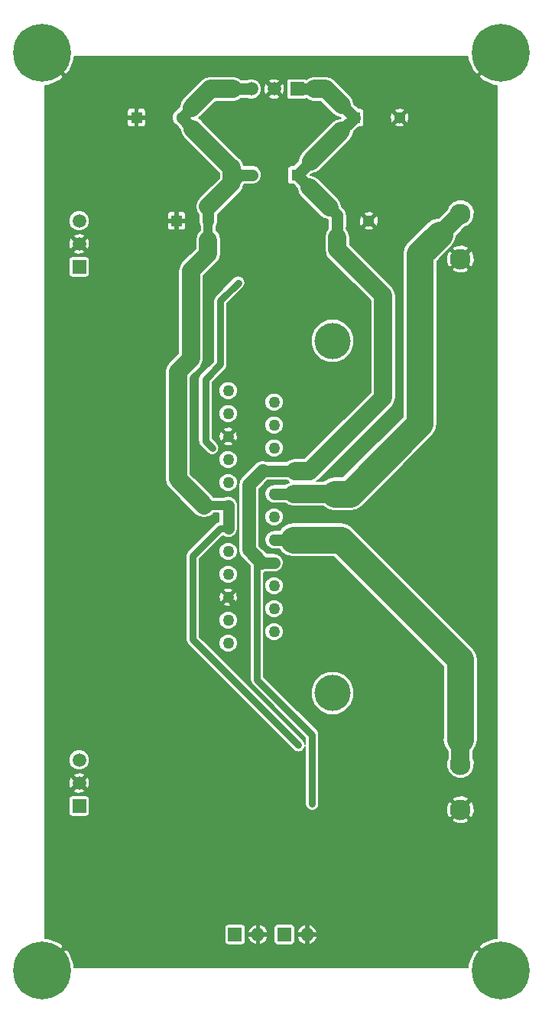
<source format=gbr>
G04 #@! TF.FileFunction,Copper,L2,Bot,Signal*
%FSLAX46Y46*%
G04 Gerber Fmt 4.6, Leading zero omitted, Abs format (unit mm)*
G04 Created by KiCad (PCBNEW 4.0.5) date 07/10/18 11:51:24*
%MOMM*%
%LPD*%
G01*
G04 APERTURE LIST*
%ADD10C,0.100000*%
%ADD11C,4.000000*%
%ADD12C,6.400000*%
%ADD13C,1.300000*%
%ADD14R,1.300000X1.300000*%
%ADD15R,1.500000X1.500000*%
%ADD16C,1.500000*%
%ADD17O,1.500000X1.500000*%
%ADD18C,2.300000*%
%ADD19C,1.258000*%
%ADD20C,0.700000*%
%ADD21C,0.300000*%
%ADD22C,0.750000*%
%ADD23C,1.500000*%
%ADD24C,2.000000*%
%ADD25C,1.300000*%
%ADD26C,0.500000*%
%ADD27C,1.000000*%
%ADD28C,3.000000*%
%ADD29C,0.200000*%
G04 APERTURE END LIST*
D10*
D11*
X127127000Y-60264000D03*
X127127000Y-99264000D03*
D12*
X145720000Y-28400000D03*
X94920000Y-28400000D03*
X94920000Y-130000000D03*
X145720000Y-130000000D03*
D13*
X131135000Y-46990000D03*
D14*
X127635000Y-46990000D03*
D13*
X113355000Y-46990000D03*
D14*
X109855000Y-46990000D03*
X129540000Y-35560000D03*
D13*
X134540000Y-35560000D03*
D14*
X105410000Y-35560000D03*
D13*
X110410000Y-35560000D03*
D14*
X123190000Y-41910000D03*
D13*
X118190000Y-41910000D03*
D15*
X123190000Y-32385000D03*
D16*
X120650000Y-32385000D03*
X118110000Y-32385000D03*
D15*
X99060000Y-111760000D03*
D16*
X99060000Y-109220000D03*
X99060000Y-106680000D03*
D15*
X99060000Y-52070000D03*
D16*
X99060000Y-49530000D03*
X99060000Y-46990000D03*
D15*
X116320000Y-126000000D03*
D17*
X118860000Y-126000000D03*
D15*
X121780000Y-126000000D03*
D17*
X124320000Y-126000000D03*
D18*
X141275000Y-112180000D03*
X141275000Y-107180000D03*
X141275000Y-51220000D03*
X141275000Y-46220000D03*
D19*
X115570300Y-65774800D03*
X115569900Y-68317100D03*
X115569900Y-70858700D03*
X115570300Y-73399800D03*
X115570700Y-75940800D03*
X115570300Y-78483100D03*
X115570300Y-81024700D03*
X115570700Y-83565800D03*
X115570300Y-86106600D03*
X115569900Y-88648900D03*
X115569900Y-91190500D03*
X115570300Y-93731600D03*
X120650300Y-67044800D03*
X120649900Y-69587100D03*
X120649900Y-72128700D03*
X120650300Y-74669800D03*
X120650700Y-77210800D03*
X120650300Y-79753100D03*
X120650300Y-82294700D03*
X120650700Y-84835800D03*
X120650300Y-87376600D03*
X120649900Y-89918900D03*
X120649900Y-92460500D03*
D20*
X117856000Y-70866000D03*
X118935500Y-70866000D03*
X121539000Y-88582500D03*
X122491500Y-88519000D03*
X124206000Y-90297000D03*
X109728000Y-29972000D03*
X119380000Y-29591000D03*
X122174000Y-29591000D03*
X143764000Y-42672000D03*
X143764000Y-37465000D03*
X143764000Y-33909000D03*
X132715000Y-48641000D03*
X131445000Y-49911000D03*
X133985000Y-52705000D03*
X134493000Y-56007000D03*
X134493000Y-61087000D03*
X133096000Y-69215000D03*
X128778000Y-73787000D03*
X100330000Y-89408000D03*
X100330000Y-86106000D03*
X107442000Y-87376000D03*
X104648000Y-83185000D03*
X107442000Y-81280000D03*
X107569000Y-83185000D03*
X117475000Y-102870000D03*
X121920000Y-106045000D03*
X121920000Y-109855000D03*
X120015000Y-115570000D03*
X118745000Y-118110000D03*
X113284000Y-112014000D03*
X113284000Y-115824000D03*
X113284000Y-118110000D03*
X122555000Y-98806000D03*
X120269000Y-96647000D03*
X123063000Y-92837000D03*
X117094000Y-94742000D03*
X113411000Y-88773000D03*
X114427000Y-89789000D03*
X128905000Y-87630000D03*
X134620000Y-80010000D03*
X129540000Y-80010000D03*
X127127000Y-79756000D03*
X121666000Y-78613000D03*
X119507000Y-78486000D03*
X119380000Y-81026000D03*
X127190500Y-89281000D03*
X127381000Y-85979000D03*
X122047000Y-85852000D03*
X122174000Y-84582000D03*
X120650000Y-47625000D03*
X120650000Y-43815000D03*
X120650000Y-39370000D03*
X123825000Y-37465000D03*
X120650000Y-37465000D03*
X117475000Y-37465000D03*
X132715000Y-101600000D03*
X137160000Y-101600000D03*
X136525000Y-95885000D03*
X132080000Y-91440000D03*
X144145000Y-53975000D03*
X144145000Y-59690000D03*
X144145000Y-66040000D03*
X144145000Y-71755000D03*
X144145000Y-78740000D03*
X144145000Y-85090000D03*
X144145000Y-91440000D03*
X144145000Y-97790000D03*
X144145000Y-104775000D03*
X144145000Y-109220000D03*
X95885000Y-124460000D03*
X95885000Y-119380000D03*
X95885000Y-112395000D03*
X95885000Y-106045000D03*
X95885000Y-99695000D03*
X95885000Y-93345000D03*
X95885000Y-82550000D03*
X95885000Y-74930000D03*
X95885000Y-67945000D03*
X95885000Y-62230000D03*
X95885000Y-57785000D03*
X95885000Y-53975000D03*
X95885000Y-33655000D03*
X95885000Y-38735000D03*
X95885000Y-43815000D03*
X95885000Y-48895000D03*
X136525000Y-29845000D03*
X140335000Y-29845000D03*
X100330000Y-29845000D03*
X105410000Y-29845000D03*
X142875000Y-114935000D03*
X142875000Y-122555000D03*
X140970000Y-128905000D03*
X137795000Y-128905000D03*
X132715000Y-128905000D03*
X127635000Y-128905000D03*
X123190000Y-128905000D03*
X99060000Y-127000000D03*
X102235000Y-128905000D03*
X106680000Y-128905000D03*
X110490000Y-128905000D03*
X114300000Y-128905000D03*
X118745000Y-128905000D03*
X94920000Y-130000000D03*
X117157500Y-90678000D03*
X121793000Y-91186000D03*
X125412500Y-91186000D03*
X109474000Y-60960000D03*
X109664500Y-58166000D03*
X109474000Y-52387500D03*
X108902500Y-50419000D03*
X107188000Y-48831500D03*
X107442000Y-62611000D03*
X107315000Y-61023500D03*
X107505500Y-66548000D03*
X106172000Y-65278000D03*
X104267000Y-63500000D03*
X103949500Y-60896500D03*
X103949500Y-57785000D03*
X103886000Y-54800500D03*
X107188000Y-97472500D03*
X107442000Y-96012000D03*
X109601000Y-93789500D03*
X107251500Y-110807500D03*
X109918500Y-108013500D03*
X109791500Y-105156000D03*
X109791500Y-102108000D03*
X109791500Y-99377500D03*
X109791500Y-96837500D03*
X111061500Y-95186500D03*
X109728000Y-89154000D03*
X109791500Y-90741500D03*
X107188000Y-93218000D03*
X104648000Y-95821500D03*
X103759000Y-99377500D03*
X103759000Y-102552500D03*
X117856000Y-68580000D03*
X119126000Y-68580000D03*
X119126000Y-65405000D03*
X119126000Y-62230000D03*
X120396000Y-57404000D03*
X120777000Y-52324000D03*
X127254000Y-53975000D03*
X126746000Y-52324000D03*
X117729000Y-73406000D03*
X113792000Y-72136000D03*
X116682500Y-53817500D03*
X113030000Y-71374000D03*
X124841000Y-111506000D03*
X123317000Y-105029000D03*
D21*
X115569900Y-70858700D02*
X115577300Y-70858700D01*
X115577300Y-70858700D02*
X116395500Y-70040500D01*
X117538500Y-70866000D02*
X117856000Y-70866000D01*
X116713000Y-70040500D02*
X117538500Y-70866000D01*
X116395500Y-70040500D02*
X116713000Y-70040500D01*
X122936000Y-88519000D02*
X122491500Y-88519000D01*
X123063000Y-88646000D02*
X122936000Y-88519000D01*
X123063000Y-89154000D02*
X123063000Y-88646000D01*
X124206000Y-90297000D02*
X123063000Y-89154000D01*
X105410000Y-35560000D02*
X107442000Y-35560000D01*
X109728000Y-33274000D02*
X109728000Y-29972000D01*
X107442000Y-35560000D02*
X109728000Y-33274000D01*
X120650000Y-32385000D02*
X122174000Y-30861000D01*
X122174000Y-30861000D02*
X122174000Y-29591000D01*
X143764000Y-33909000D02*
X143764000Y-37465000D01*
X131135000Y-46990000D02*
X131135000Y-47061000D01*
X131135000Y-47061000D02*
X132715000Y-48641000D01*
X131445000Y-49911000D02*
X133985000Y-52451000D01*
X133985000Y-52451000D02*
X133985000Y-52705000D01*
X134493000Y-56007000D02*
X134493000Y-61087000D01*
X133096000Y-69469000D02*
X133096000Y-69215000D01*
X128778000Y-73787000D02*
X133096000Y-69469000D01*
X100330000Y-86106000D02*
X100330000Y-89408000D01*
X107442000Y-83058000D02*
X107442000Y-81280000D01*
X107569000Y-83185000D02*
X107442000Y-83058000D01*
X118745000Y-118110000D02*
X113284000Y-118110000D01*
X112331500Y-108013500D02*
X117475000Y-102870000D01*
X121920000Y-106045000D02*
X121920000Y-109855000D01*
X120015000Y-115570000D02*
X118745000Y-116840000D01*
X118745000Y-116840000D02*
X118745000Y-118110000D01*
X109918500Y-108013500D02*
X112331500Y-108013500D01*
X113284000Y-115824000D02*
X113284000Y-112014000D01*
X120269000Y-95631000D02*
X120269000Y-96647000D01*
X123063000Y-92837000D02*
X120269000Y-95631000D01*
X117157500Y-90678000D02*
X117157500Y-94678500D01*
X117157500Y-94678500D02*
X117094000Y-94742000D01*
X115569900Y-88648900D02*
X115567100Y-88648900D01*
X115567100Y-88648900D02*
X114427000Y-89789000D01*
X119380000Y-81026000D02*
X119380000Y-82931000D01*
X127381000Y-86106000D02*
X128905000Y-87630000D01*
X134620000Y-80010000D02*
X129540000Y-80010000D01*
X127127000Y-79756000D02*
X127000000Y-79629000D01*
X127000000Y-79629000D02*
X122682000Y-79629000D01*
X122682000Y-79629000D02*
X121666000Y-78613000D01*
X119507000Y-78486000D02*
X119380000Y-78613000D01*
X119380000Y-78613000D02*
X119380000Y-81026000D01*
X127190500Y-89281000D02*
X127381000Y-89090500D01*
X127381000Y-89090500D02*
X127381000Y-85979000D01*
X127381000Y-85979000D02*
X127381000Y-86106000D01*
X121920000Y-84328000D02*
X122174000Y-84582000D01*
X121793000Y-84328000D02*
X121920000Y-84328000D01*
X121031000Y-83566000D02*
X121793000Y-84328000D01*
X120015000Y-83566000D02*
X121031000Y-83566000D01*
X119380000Y-82931000D02*
X120015000Y-83566000D01*
X120650000Y-43815000D02*
X120650000Y-47625000D01*
X121920000Y-39370000D02*
X120650000Y-39370000D01*
X123825000Y-37465000D02*
X121920000Y-39370000D01*
X117475000Y-37465000D02*
X120650000Y-37465000D01*
X137160000Y-101600000D02*
X132715000Y-101600000D01*
X132080000Y-91440000D02*
X136525000Y-95885000D01*
X141275000Y-51220000D02*
X141390000Y-51220000D01*
X141390000Y-51220000D02*
X144145000Y-53975000D01*
X144145000Y-59690000D02*
X144145000Y-66040000D01*
X144145000Y-71755000D02*
X144145000Y-78740000D01*
X144145000Y-85090000D02*
X144145000Y-91440000D01*
X144145000Y-97790000D02*
X144145000Y-104775000D01*
X95885000Y-48895000D02*
X95885000Y-53975000D01*
X95885000Y-112395000D02*
X95885000Y-119380000D01*
X95885000Y-99695000D02*
X95885000Y-106045000D01*
X95885000Y-82550000D02*
X95885000Y-93345000D01*
X95885000Y-67945000D02*
X95885000Y-74930000D01*
X95885000Y-57785000D02*
X95885000Y-62230000D01*
X99060000Y-49530000D02*
X97155000Y-47625000D01*
X95885000Y-43815000D02*
X95885000Y-38735000D01*
X97155000Y-47625000D02*
X95885000Y-48895000D01*
X134620000Y-35560000D02*
X136525000Y-33655000D01*
X136525000Y-33655000D02*
X136525000Y-29845000D01*
X140335000Y-29845000D02*
X141605000Y-31115000D01*
X141605000Y-31115000D02*
X143005000Y-31115000D01*
X143005000Y-31115000D02*
X145720000Y-28400000D01*
X105410000Y-35560000D02*
X105410000Y-29845000D01*
X97635000Y-31115000D02*
X94920000Y-28400000D01*
X99060000Y-31115000D02*
X97635000Y-31115000D01*
X100330000Y-29845000D02*
X99060000Y-31115000D01*
X141275000Y-112180000D02*
X141390000Y-112180000D01*
X141390000Y-112180000D02*
X142875000Y-113665000D01*
X142875000Y-113665000D02*
X142875000Y-114935000D01*
X142240000Y-126520000D02*
X145720000Y-130000000D01*
X142240000Y-126365000D02*
X142240000Y-126520000D01*
X141605000Y-127000000D02*
X142240000Y-126365000D01*
X141605000Y-128270000D02*
X141605000Y-127000000D01*
X140970000Y-128905000D02*
X141605000Y-128270000D01*
X132715000Y-128905000D02*
X137795000Y-128905000D01*
X123190000Y-128905000D02*
X127635000Y-128905000D01*
X100330000Y-127000000D02*
X99060000Y-127000000D01*
X102235000Y-128905000D02*
X100330000Y-127000000D01*
X110490000Y-128905000D02*
X106680000Y-128905000D01*
X118745000Y-128905000D02*
X114300000Y-128905000D01*
X115569900Y-88648900D02*
X115569900Y-89090400D01*
X115569900Y-89090400D02*
X117157500Y-90678000D01*
X121793000Y-91186000D02*
X125412500Y-91186000D01*
X109664500Y-52578000D02*
X109664500Y-58166000D01*
X109474000Y-52387500D02*
X109664500Y-52578000D01*
X108775500Y-50419000D02*
X108902500Y-50419000D01*
X107188000Y-48831500D02*
X108775500Y-50419000D01*
X104267000Y-63500000D02*
X104838500Y-63500000D01*
X104838500Y-63500000D02*
X107315000Y-61023500D01*
X107442000Y-66548000D02*
X107505500Y-66548000D01*
X106172000Y-65278000D02*
X107442000Y-66548000D01*
X104267000Y-61214000D02*
X104267000Y-63500000D01*
X103949500Y-60896500D02*
X104267000Y-61214000D01*
X103949500Y-54864000D02*
X103949500Y-57785000D01*
X103886000Y-54800500D02*
X103949500Y-54864000D01*
X109601000Y-93789500D02*
X109664500Y-93789500D01*
X105537000Y-95821500D02*
X107188000Y-97472500D01*
X107442000Y-96012000D02*
X109601000Y-93853000D01*
X109601000Y-93853000D02*
X109601000Y-93789500D01*
X104648000Y-95821500D02*
X105537000Y-95821500D01*
X107251500Y-110680500D02*
X107251500Y-110807500D01*
X109918500Y-108013500D02*
X107251500Y-110680500D01*
X109791500Y-102108000D02*
X109791500Y-105156000D01*
X109791500Y-96837500D02*
X109791500Y-99377500D01*
X109664500Y-93789500D02*
X111061500Y-95186500D01*
X109728000Y-90678000D02*
X109728000Y-89154000D01*
X109791500Y-90741500D02*
X109728000Y-90678000D01*
X107188000Y-93281500D02*
X107188000Y-93218000D01*
X104648000Y-95821500D02*
X107188000Y-93281500D01*
X103759000Y-102552500D02*
X103759000Y-99377500D01*
X120777000Y-52324000D02*
X126746000Y-52324000D01*
X119126000Y-68580000D02*
X119126000Y-65405000D01*
X119126000Y-62230000D02*
X120396000Y-60960000D01*
X120396000Y-60960000D02*
X120396000Y-57404000D01*
X117856000Y-70866000D02*
X117856000Y-68580000D01*
X117856000Y-70866000D02*
X117856000Y-73279000D01*
X117856000Y-73279000D02*
X117729000Y-73406000D01*
D22*
X113030000Y-71374000D02*
X113792000Y-72136000D01*
X113030000Y-71374000D02*
X113030000Y-64516000D01*
X114681000Y-62865000D02*
X113030000Y-64516000D01*
X114681000Y-55819000D02*
X114681000Y-62865000D01*
X114681000Y-55819000D02*
X116682500Y-53817500D01*
D23*
X117856000Y-83439000D02*
X119252800Y-84835800D01*
X117856000Y-76200000D02*
X119386200Y-74669800D01*
D24*
X127635000Y-48768000D02*
X127635000Y-50165000D01*
X127635000Y-50165000D02*
X132715000Y-55245000D01*
X132715000Y-55245000D02*
X132715000Y-66548000D01*
D25*
X122936000Y-74669800D02*
X120650300Y-74669800D01*
D24*
X122936000Y-74676000D02*
X122936000Y-74669800D01*
X124587000Y-74676000D02*
X122936000Y-74676000D01*
X132715000Y-66548000D02*
X124587000Y-74676000D01*
X124587000Y-43307000D02*
X126746000Y-45466000D01*
X128079500Y-37020500D02*
X124714000Y-40386000D01*
X125095000Y-32385000D02*
X126365000Y-32385000D01*
X126365000Y-32385000D02*
X128143000Y-34163000D01*
D25*
X120650300Y-74669800D02*
X119386200Y-74669800D01*
D23*
X117856000Y-76200000D02*
X117856000Y-83439000D01*
D25*
X119252800Y-84835800D02*
X120650700Y-84835800D01*
X127635000Y-46990000D02*
X127635000Y-46355000D01*
X127635000Y-46355000D02*
X126746000Y-45466000D01*
X124587000Y-43307000D02*
X123190000Y-41910000D01*
X127635000Y-46990000D02*
X127635000Y-48768000D01*
X127635000Y-50165000D02*
X132715000Y-55245000D01*
D21*
X123190000Y-41910000D02*
X123190000Y-42545000D01*
D25*
X123190000Y-32385000D02*
X125095000Y-32385000D01*
X126365000Y-32385000D02*
X128143000Y-34163000D01*
X128143000Y-34163000D02*
X129540000Y-35560000D01*
X129540000Y-35560000D02*
X128079500Y-37020500D01*
X124714000Y-40386000D02*
X123190000Y-41910000D01*
D26*
X120650700Y-84835800D02*
X118745000Y-84835800D01*
X118745000Y-84835800D02*
X118745200Y-84836000D01*
X118745200Y-84836000D02*
X118872000Y-84836000D01*
X118872000Y-84836000D02*
X118745000Y-84836000D01*
X120650300Y-74669800D02*
X120275200Y-74669800D01*
D22*
X124841000Y-103886000D02*
X124841000Y-111506000D01*
X118745000Y-84836000D02*
X118745000Y-97790000D01*
X118745000Y-97790000D02*
X124841000Y-103886000D01*
D24*
X111442500Y-52514500D02*
X111442500Y-62230000D01*
X111442500Y-62230000D02*
X109982000Y-63690500D01*
X109982000Y-75565000D02*
X112900100Y-78483100D01*
X111442500Y-52514500D02*
X113355000Y-50602000D01*
X113355000Y-50602000D02*
X113355000Y-49093000D01*
X113347500Y-49085500D02*
X113355000Y-49085500D01*
X113355000Y-49093000D02*
X113347500Y-49085500D01*
D27*
X113355000Y-46990000D02*
X113355000Y-49085500D01*
X113355000Y-49085500D02*
X113355000Y-50602000D01*
X112900100Y-78483100D02*
X115570300Y-78483100D01*
D24*
X109982000Y-63690500D02*
X109982000Y-75565000D01*
D27*
X113355000Y-46990000D02*
X113284000Y-46990000D01*
D24*
X115951000Y-41101000D02*
X115951000Y-42799000D01*
X115951000Y-42799000D02*
X113355000Y-45395000D01*
D25*
X113355000Y-45395000D02*
X116840000Y-41910000D01*
D24*
X111656500Y-36806500D02*
X111656500Y-36853500D01*
X115951000Y-41148000D02*
X115951000Y-41101000D01*
X111656500Y-36853500D02*
X115951000Y-41148000D01*
X111529500Y-34440500D02*
X113585000Y-32385000D01*
X113585000Y-32385000D02*
X116078000Y-32385000D01*
D25*
X111529500Y-34440500D02*
X110410000Y-35560000D01*
X115570300Y-78483100D02*
X115570300Y-81024700D01*
X113355000Y-46990000D02*
X113355000Y-45395000D01*
X118190000Y-41910000D02*
X116840000Y-41910000D01*
X116840000Y-41910000D02*
X116760000Y-41910000D01*
X116760000Y-41910000D02*
X115951000Y-41101000D01*
X111656500Y-36806500D02*
X110410000Y-35560000D01*
X118110000Y-32385000D02*
X116078000Y-32385000D01*
X116078000Y-32385000D02*
X113585000Y-32385000D01*
D22*
X115570300Y-81024700D02*
X114682300Y-81024700D01*
X114682300Y-81024700D02*
X111633000Y-84074000D01*
X111633000Y-84074000D02*
X111633000Y-93345000D01*
X111633000Y-93345000D02*
X123317000Y-105029000D01*
D21*
X117475000Y-99187000D02*
X117475000Y-99060000D01*
X117475000Y-99060000D02*
X117475000Y-99187000D01*
D26*
X123317000Y-105029000D02*
X117475000Y-99187000D01*
D28*
X141224000Y-104394000D02*
X141275000Y-104394000D01*
X141275000Y-104343000D02*
X141224000Y-104394000D01*
X141275000Y-95555000D02*
X141275000Y-104343000D01*
D24*
X141275000Y-104394000D02*
X141275000Y-107180000D01*
D28*
X128014700Y-82294700D02*
X122807700Y-82294700D01*
X128014700Y-82294700D02*
X141275000Y-95555000D01*
D25*
X120650300Y-82294700D02*
X122807700Y-82294700D01*
X122807700Y-82294700D02*
X122809000Y-82296000D01*
D28*
X129037200Y-77210800D02*
X127381000Y-77210800D01*
X136779000Y-50716000D02*
X136779000Y-50673000D01*
X138938000Y-48514000D02*
X138938000Y-48557000D01*
X136779000Y-50673000D02*
X138938000Y-48514000D01*
X136779000Y-69469000D02*
X136779000Y-65913000D01*
X129037200Y-77210800D02*
X136779000Y-69469000D01*
D24*
X122803800Y-77210800D02*
X127381000Y-77210800D01*
X138938000Y-48557000D02*
X141275000Y-46220000D01*
D28*
X136779000Y-65913000D02*
X136779000Y-50716000D01*
D25*
X120650700Y-77210800D02*
X122803800Y-77210800D01*
X122803800Y-77210800D02*
X122809000Y-77216000D01*
D29*
G36*
X142121156Y-29121871D02*
X142664793Y-30434327D01*
X143091418Y-30816450D01*
X143828723Y-30079145D01*
X144040855Y-30291277D01*
X143303550Y-31028582D01*
X143685673Y-31455207D01*
X145009704Y-32001146D01*
X145345000Y-32000607D01*
X145345000Y-126400598D01*
X144998129Y-126401156D01*
X143685673Y-126944793D01*
X143303550Y-127371418D01*
X144026096Y-128093964D01*
X143812018Y-128304150D01*
X143091418Y-127583550D01*
X142664793Y-127965673D01*
X142118854Y-129289704D01*
X142119393Y-129625000D01*
X98519402Y-129625000D01*
X98518844Y-129278129D01*
X97975207Y-127965673D01*
X97548582Y-127583550D01*
X96826036Y-128306096D01*
X96615850Y-128092018D01*
X97336450Y-127371418D01*
X96954327Y-126944793D01*
X95630296Y-126398854D01*
X95295000Y-126399393D01*
X95295000Y-125250000D01*
X115162164Y-125250000D01*
X115162164Y-126750000D01*
X115190056Y-126898231D01*
X115277660Y-127034372D01*
X115411329Y-127125704D01*
X115570000Y-127157836D01*
X117070000Y-127157836D01*
X117218231Y-127129944D01*
X117354372Y-127042340D01*
X117445704Y-126908671D01*
X117477836Y-126750000D01*
X117477836Y-126326518D01*
X117757313Y-126326518D01*
X117966203Y-126723643D01*
X118311165Y-127010600D01*
X118533484Y-127102672D01*
X118710000Y-127039230D01*
X118710000Y-126150000D01*
X119010000Y-126150000D01*
X119010000Y-127039230D01*
X119186516Y-127102672D01*
X119408835Y-127010600D01*
X119753797Y-126723643D01*
X119962687Y-126326518D01*
X119900190Y-126150000D01*
X119010000Y-126150000D01*
X118710000Y-126150000D01*
X117819810Y-126150000D01*
X117757313Y-126326518D01*
X117477836Y-126326518D01*
X117477836Y-125673482D01*
X117757313Y-125673482D01*
X117819810Y-125850000D01*
X118710000Y-125850000D01*
X118710000Y-124960770D01*
X119010000Y-124960770D01*
X119010000Y-125850000D01*
X119900190Y-125850000D01*
X119962687Y-125673482D01*
X119753797Y-125276357D01*
X119722113Y-125250000D01*
X120622164Y-125250000D01*
X120622164Y-126750000D01*
X120650056Y-126898231D01*
X120737660Y-127034372D01*
X120871329Y-127125704D01*
X121030000Y-127157836D01*
X122530000Y-127157836D01*
X122678231Y-127129944D01*
X122814372Y-127042340D01*
X122905704Y-126908671D01*
X122937836Y-126750000D01*
X122937836Y-126326518D01*
X123217313Y-126326518D01*
X123426203Y-126723643D01*
X123771165Y-127010600D01*
X123993484Y-127102672D01*
X124170000Y-127039230D01*
X124170000Y-126150000D01*
X124470000Y-126150000D01*
X124470000Y-127039230D01*
X124646516Y-127102672D01*
X124868835Y-127010600D01*
X125213797Y-126723643D01*
X125422687Y-126326518D01*
X125360190Y-126150000D01*
X124470000Y-126150000D01*
X124170000Y-126150000D01*
X123279810Y-126150000D01*
X123217313Y-126326518D01*
X122937836Y-126326518D01*
X122937836Y-125673482D01*
X123217313Y-125673482D01*
X123279810Y-125850000D01*
X124170000Y-125850000D01*
X124170000Y-124960770D01*
X124470000Y-124960770D01*
X124470000Y-125850000D01*
X125360190Y-125850000D01*
X125422687Y-125673482D01*
X125213797Y-125276357D01*
X124868835Y-124989400D01*
X124646516Y-124897328D01*
X124470000Y-124960770D01*
X124170000Y-124960770D01*
X123993484Y-124897328D01*
X123771165Y-124989400D01*
X123426203Y-125276357D01*
X123217313Y-125673482D01*
X122937836Y-125673482D01*
X122937836Y-125250000D01*
X122909944Y-125101769D01*
X122822340Y-124965628D01*
X122688671Y-124874296D01*
X122530000Y-124842164D01*
X121030000Y-124842164D01*
X120881769Y-124870056D01*
X120745628Y-124957660D01*
X120654296Y-125091329D01*
X120622164Y-125250000D01*
X119722113Y-125250000D01*
X119408835Y-124989400D01*
X119186516Y-124897328D01*
X119010000Y-124960770D01*
X118710000Y-124960770D01*
X118533484Y-124897328D01*
X118311165Y-124989400D01*
X117966203Y-125276357D01*
X117757313Y-125673482D01*
X117477836Y-125673482D01*
X117477836Y-125250000D01*
X117449944Y-125101769D01*
X117362340Y-124965628D01*
X117228671Y-124874296D01*
X117070000Y-124842164D01*
X115570000Y-124842164D01*
X115421769Y-124870056D01*
X115285628Y-124957660D01*
X115194296Y-125091329D01*
X115162164Y-125250000D01*
X95295000Y-125250000D01*
X95295000Y-113327455D01*
X140339677Y-113327455D01*
X140471631Y-113540939D01*
X141053592Y-113744779D01*
X141669261Y-113710396D01*
X142078369Y-113540939D01*
X142210323Y-113327455D01*
X141275000Y-112392132D01*
X140339677Y-113327455D01*
X95295000Y-113327455D01*
X95295000Y-111010000D01*
X97902164Y-111010000D01*
X97902164Y-112510000D01*
X97930056Y-112658231D01*
X98017660Y-112794372D01*
X98151329Y-112885704D01*
X98310000Y-112917836D01*
X99810000Y-112917836D01*
X99958231Y-112889944D01*
X100094372Y-112802340D01*
X100185704Y-112668671D01*
X100217836Y-112510000D01*
X100217836Y-111010000D01*
X100189944Y-110861769D01*
X100102340Y-110725628D01*
X99968671Y-110634296D01*
X99810000Y-110602164D01*
X98310000Y-110602164D01*
X98161769Y-110630056D01*
X98025628Y-110717660D01*
X97934296Y-110851329D01*
X97902164Y-111010000D01*
X95295000Y-111010000D01*
X95295000Y-110077006D01*
X98415126Y-110077006D01*
X98497819Y-110248970D01*
X98934382Y-110385781D01*
X99390070Y-110345114D01*
X99622181Y-110248970D01*
X99704874Y-110077006D01*
X99060000Y-109432132D01*
X98415126Y-110077006D01*
X95295000Y-110077006D01*
X95295000Y-109094382D01*
X97894219Y-109094382D01*
X97934886Y-109550070D01*
X98031030Y-109782181D01*
X98202994Y-109864874D01*
X98847868Y-109220000D01*
X99272132Y-109220000D01*
X99917006Y-109864874D01*
X100088970Y-109782181D01*
X100225781Y-109345618D01*
X100185114Y-108889930D01*
X100088970Y-108657819D01*
X99917006Y-108575126D01*
X99272132Y-109220000D01*
X98847868Y-109220000D01*
X98202994Y-108575126D01*
X98031030Y-108657819D01*
X97894219Y-109094382D01*
X95295000Y-109094382D01*
X95295000Y-108362994D01*
X98415126Y-108362994D01*
X99060000Y-109007868D01*
X99704874Y-108362994D01*
X99622181Y-108191030D01*
X99185618Y-108054219D01*
X98729930Y-108094886D01*
X98497819Y-108191030D01*
X98415126Y-108362994D01*
X95295000Y-108362994D01*
X95295000Y-106907746D01*
X97909801Y-106907746D01*
X98084509Y-107330572D01*
X98407727Y-107654354D01*
X98830247Y-107829800D01*
X99287746Y-107830199D01*
X99710572Y-107655491D01*
X100034354Y-107332273D01*
X100209800Y-106909753D01*
X100210199Y-106452254D01*
X100035491Y-106029428D01*
X99712273Y-105705646D01*
X99289753Y-105530200D01*
X98832254Y-105529801D01*
X98409428Y-105704509D01*
X98085646Y-106027727D01*
X97910200Y-106450247D01*
X97909801Y-106907746D01*
X95295000Y-106907746D01*
X95295000Y-63690500D01*
X108582000Y-63690500D01*
X108582000Y-75565000D01*
X108688569Y-76100757D01*
X108847735Y-76338965D01*
X108992051Y-76554949D01*
X111910151Y-79473050D01*
X112364344Y-79776532D01*
X112900100Y-79883100D01*
X113435857Y-79776532D01*
X113890050Y-79473050D01*
X113950153Y-79383100D01*
X114520300Y-79383100D01*
X114520300Y-80281924D01*
X114385720Y-80308693D01*
X114134292Y-80476692D01*
X114134290Y-80476695D01*
X111084992Y-83525992D01*
X110916993Y-83777420D01*
X110858000Y-84074000D01*
X110858000Y-93345000D01*
X110916993Y-93641580D01*
X111084992Y-93893008D01*
X122768992Y-105577008D01*
X122875079Y-105647893D01*
X122891605Y-105664448D01*
X122913399Y-105673497D01*
X123020420Y-105745007D01*
X123145557Y-105769898D01*
X123167161Y-105778869D01*
X123190761Y-105778890D01*
X123317000Y-105804000D01*
X123442133Y-105779110D01*
X123465530Y-105779130D01*
X123487344Y-105770117D01*
X123613579Y-105745007D01*
X123719665Y-105674122D01*
X123741286Y-105665189D01*
X123757988Y-105648517D01*
X123865008Y-105577008D01*
X123935892Y-105470922D01*
X123952448Y-105454395D01*
X123961498Y-105432600D01*
X124033007Y-105325579D01*
X124057898Y-105200444D01*
X124066000Y-105180932D01*
X124066000Y-111506000D01*
X124090890Y-111631134D01*
X124090870Y-111654530D01*
X124099883Y-111676343D01*
X124124993Y-111802580D01*
X124195878Y-111908667D01*
X124204811Y-111930286D01*
X124221483Y-111946987D01*
X124292992Y-112054008D01*
X124399079Y-112124893D01*
X124415605Y-112141448D01*
X124437399Y-112150497D01*
X124544420Y-112222007D01*
X124669557Y-112246898D01*
X124691161Y-112255869D01*
X124714761Y-112255890D01*
X124841000Y-112281000D01*
X124966134Y-112256110D01*
X124989530Y-112256130D01*
X125011343Y-112247117D01*
X125137580Y-112222007D01*
X125243667Y-112151122D01*
X125265286Y-112142189D01*
X125281987Y-112125517D01*
X125389008Y-112054008D01*
X125452762Y-111958592D01*
X139710221Y-111958592D01*
X139744604Y-112574261D01*
X139914061Y-112983369D01*
X140127545Y-113115323D01*
X141062868Y-112180000D01*
X141487132Y-112180000D01*
X142422455Y-113115323D01*
X142635939Y-112983369D01*
X142839779Y-112401408D01*
X142805396Y-111785739D01*
X142635939Y-111376631D01*
X142422455Y-111244677D01*
X141487132Y-112180000D01*
X141062868Y-112180000D01*
X140127545Y-111244677D01*
X139914061Y-111376631D01*
X139710221Y-111958592D01*
X125452762Y-111958592D01*
X125459893Y-111947921D01*
X125476448Y-111931395D01*
X125485497Y-111909601D01*
X125557007Y-111802580D01*
X125581898Y-111677443D01*
X125590869Y-111655839D01*
X125590890Y-111632239D01*
X125616000Y-111506000D01*
X125616000Y-111032545D01*
X140339677Y-111032545D01*
X141275000Y-111967868D01*
X142210323Y-111032545D01*
X142078369Y-110819061D01*
X141496408Y-110615221D01*
X140880739Y-110649604D01*
X140471631Y-110819061D01*
X140339677Y-111032545D01*
X125616000Y-111032545D01*
X125616000Y-103886000D01*
X125557007Y-103589420D01*
X125389008Y-103337992D01*
X121790311Y-99739295D01*
X124726584Y-99739295D01*
X125091192Y-100621715D01*
X125765734Y-101297435D01*
X126647516Y-101663583D01*
X127602295Y-101664416D01*
X128484715Y-101299808D01*
X129160435Y-100625266D01*
X129526583Y-99743484D01*
X129527416Y-98788705D01*
X129162808Y-97906285D01*
X128488266Y-97230565D01*
X127606484Y-96864417D01*
X126651705Y-96863584D01*
X125769285Y-97228192D01*
X125093565Y-97902734D01*
X124727417Y-98784516D01*
X124726584Y-99739295D01*
X121790311Y-99739295D01*
X119520000Y-97468984D01*
X119520000Y-92664283D01*
X119620722Y-92664283D01*
X119777048Y-93042620D01*
X120066257Y-93332335D01*
X120444321Y-93489321D01*
X120853683Y-93489678D01*
X121232020Y-93333352D01*
X121521735Y-93044143D01*
X121678721Y-92666079D01*
X121679078Y-92256717D01*
X121522752Y-91878380D01*
X121233543Y-91588665D01*
X120855479Y-91431679D01*
X120446117Y-91431322D01*
X120067780Y-91587648D01*
X119778065Y-91876857D01*
X119621079Y-92254921D01*
X119620722Y-92664283D01*
X119520000Y-92664283D01*
X119520000Y-90122683D01*
X119620722Y-90122683D01*
X119777048Y-90501020D01*
X120066257Y-90790735D01*
X120444321Y-90947721D01*
X120853683Y-90948078D01*
X121232020Y-90791752D01*
X121521735Y-90502543D01*
X121678721Y-90124479D01*
X121679078Y-89715117D01*
X121522752Y-89336780D01*
X121233543Y-89047065D01*
X120855479Y-88890079D01*
X120446117Y-88889722D01*
X120067780Y-89046048D01*
X119778065Y-89335257D01*
X119621079Y-89713321D01*
X119620722Y-90122683D01*
X119520000Y-90122683D01*
X119520000Y-87580383D01*
X119621122Y-87580383D01*
X119777448Y-87958720D01*
X120066657Y-88248435D01*
X120444721Y-88405421D01*
X120854083Y-88405778D01*
X121232420Y-88249452D01*
X121522135Y-87960243D01*
X121679121Y-87582179D01*
X121679478Y-87172817D01*
X121523152Y-86794480D01*
X121233943Y-86504765D01*
X120855879Y-86347779D01*
X120446517Y-86347422D01*
X120068180Y-86503748D01*
X119778465Y-86792957D01*
X119621479Y-87171021D01*
X119621122Y-87580383D01*
X119520000Y-87580383D01*
X119520000Y-85932651D01*
X119692886Y-85898262D01*
X119711537Y-85885800D01*
X120650700Y-85885800D01*
X120755813Y-85864892D01*
X120854483Y-85864978D01*
X120946477Y-85826967D01*
X121052518Y-85805874D01*
X121141630Y-85746331D01*
X121232820Y-85708652D01*
X121303267Y-85638328D01*
X121393162Y-85578262D01*
X121452703Y-85489153D01*
X121522535Y-85419443D01*
X121560707Y-85327514D01*
X121620774Y-85237618D01*
X121641682Y-85132505D01*
X121679521Y-85041379D01*
X121679608Y-84941838D01*
X121700700Y-84835800D01*
X121679792Y-84730687D01*
X121679878Y-84632017D01*
X121641867Y-84540023D01*
X121620774Y-84433982D01*
X121561231Y-84344870D01*
X121523552Y-84253680D01*
X121453228Y-84183233D01*
X121393162Y-84093338D01*
X121304053Y-84033797D01*
X121234343Y-83963965D01*
X121142414Y-83925793D01*
X121052518Y-83865726D01*
X120947405Y-83844818D01*
X120856279Y-83806979D01*
X120756738Y-83806892D01*
X120650700Y-83785800D01*
X119829145Y-83785800D01*
X119006000Y-82962654D01*
X119006000Y-82294700D01*
X119600300Y-82294700D01*
X119621208Y-82399813D01*
X119621122Y-82498483D01*
X119659133Y-82590477D01*
X119680226Y-82696518D01*
X119739769Y-82785630D01*
X119777448Y-82876820D01*
X119847772Y-82947267D01*
X119907838Y-83037162D01*
X119996947Y-83096703D01*
X120066657Y-83166535D01*
X120158586Y-83204707D01*
X120248482Y-83264774D01*
X120353595Y-83285682D01*
X120444721Y-83323521D01*
X120544262Y-83323608D01*
X120650300Y-83344700D01*
X121268085Y-83344700D01*
X121464197Y-83638203D01*
X122080601Y-84050071D01*
X122807700Y-84194700D01*
X127227694Y-84194700D01*
X139375000Y-96342006D01*
X139375000Y-104137606D01*
X139324000Y-104394000D01*
X139468629Y-105121099D01*
X139875000Y-105729276D01*
X139875000Y-106509742D01*
X139725270Y-106870333D01*
X139724732Y-107486961D01*
X139960208Y-108056857D01*
X140395849Y-108493260D01*
X140965333Y-108729730D01*
X141581961Y-108730268D01*
X142151857Y-108494792D01*
X142588260Y-108059151D01*
X142824730Y-107489667D01*
X142825268Y-106873039D01*
X142675000Y-106509362D01*
X142675000Y-105652949D01*
X143030371Y-105121099D01*
X143175000Y-104394000D01*
X143169928Y-104368500D01*
X143175000Y-104343000D01*
X143175000Y-95555000D01*
X143030371Y-94827901D01*
X142618503Y-94211497D01*
X129358203Y-80951197D01*
X129160537Y-80819121D01*
X128741799Y-80539329D01*
X128014700Y-80394700D01*
X122807700Y-80394700D01*
X122080601Y-80539329D01*
X121464197Y-80951197D01*
X121268085Y-81244700D01*
X120650300Y-81244700D01*
X120545187Y-81265608D01*
X120446517Y-81265522D01*
X120354523Y-81303533D01*
X120248482Y-81324626D01*
X120159370Y-81384169D01*
X120068180Y-81421848D01*
X119997733Y-81492172D01*
X119907838Y-81552238D01*
X119848297Y-81641347D01*
X119778465Y-81711057D01*
X119740293Y-81802986D01*
X119680226Y-81892882D01*
X119659318Y-81997995D01*
X119621479Y-82089121D01*
X119621392Y-82188662D01*
X119600300Y-82294700D01*
X119006000Y-82294700D01*
X119006000Y-79956883D01*
X119621122Y-79956883D01*
X119777448Y-80335220D01*
X120066657Y-80624935D01*
X120444721Y-80781921D01*
X120854083Y-80782278D01*
X121232420Y-80625952D01*
X121522135Y-80336743D01*
X121679121Y-79958679D01*
X121679478Y-79549317D01*
X121523152Y-79170980D01*
X121233943Y-78881265D01*
X120855879Y-78724279D01*
X120446517Y-78723922D01*
X120068180Y-78880248D01*
X119778465Y-79169457D01*
X119621479Y-79547521D01*
X119621122Y-79956883D01*
X119006000Y-79956883D01*
X119006000Y-76676346D01*
X119962546Y-75719800D01*
X122026645Y-75719800D01*
X122309874Y-75909048D01*
X122268043Y-75917369D01*
X121903723Y-76160800D01*
X120650700Y-76160800D01*
X120545587Y-76181708D01*
X120446917Y-76181622D01*
X120354923Y-76219633D01*
X120248882Y-76240726D01*
X120159770Y-76300269D01*
X120068580Y-76337948D01*
X119998133Y-76408272D01*
X119908238Y-76468338D01*
X119848697Y-76557447D01*
X119778865Y-76627157D01*
X119740693Y-76719086D01*
X119680626Y-76808982D01*
X119659718Y-76914095D01*
X119621879Y-77005221D01*
X119621792Y-77104762D01*
X119600700Y-77210800D01*
X119621608Y-77315913D01*
X119621522Y-77414583D01*
X119659533Y-77506577D01*
X119680626Y-77612618D01*
X119740169Y-77701730D01*
X119777848Y-77792920D01*
X119848172Y-77863367D01*
X119908238Y-77953262D01*
X119997347Y-78012803D01*
X120067057Y-78082635D01*
X120158986Y-78120807D01*
X120248882Y-78180874D01*
X120353995Y-78201782D01*
X120445121Y-78239621D01*
X120544662Y-78239708D01*
X120650700Y-78260800D01*
X121903723Y-78260800D01*
X122268043Y-78504231D01*
X122803800Y-78610800D01*
X126122051Y-78610800D01*
X126653901Y-78966171D01*
X127381000Y-79110800D01*
X129037200Y-79110800D01*
X129764299Y-78966171D01*
X130380703Y-78554303D01*
X138122503Y-70812503D01*
X138534372Y-70196098D01*
X138679000Y-69469000D01*
X138679000Y-52367455D01*
X140339677Y-52367455D01*
X140471631Y-52580939D01*
X141053592Y-52784779D01*
X141669261Y-52750396D01*
X142078369Y-52580939D01*
X142210323Y-52367455D01*
X141275000Y-51432132D01*
X140339677Y-52367455D01*
X138679000Y-52367455D01*
X138679000Y-51460006D01*
X139140414Y-50998592D01*
X139710221Y-50998592D01*
X139744604Y-51614261D01*
X139914061Y-52023369D01*
X140127545Y-52155323D01*
X141062868Y-51220000D01*
X141487132Y-51220000D01*
X142422455Y-52155323D01*
X142635939Y-52023369D01*
X142839779Y-51441408D01*
X142805396Y-50825739D01*
X142635939Y-50416631D01*
X142422455Y-50284677D01*
X141487132Y-51220000D01*
X141062868Y-51220000D01*
X140127545Y-50284677D01*
X139914061Y-50416631D01*
X139710221Y-50998592D01*
X139140414Y-50998592D01*
X140066461Y-50072545D01*
X140339677Y-50072545D01*
X141275000Y-51007868D01*
X142210323Y-50072545D01*
X142078369Y-49859061D01*
X141496408Y-49655221D01*
X140880739Y-49689604D01*
X140471631Y-49859061D01*
X140339677Y-50072545D01*
X140066461Y-50072545D01*
X140151915Y-49987091D01*
X140281503Y-49900503D01*
X140693371Y-49284099D01*
X140818161Y-48656737D01*
X141791007Y-47683892D01*
X142151857Y-47534792D01*
X142588260Y-47099151D01*
X142824730Y-46529667D01*
X142825268Y-45913039D01*
X142589792Y-45343143D01*
X142154151Y-44906740D01*
X141584667Y-44670270D01*
X140968039Y-44669732D01*
X140398143Y-44905208D01*
X139961740Y-45340849D01*
X139810837Y-45704264D01*
X138891940Y-46623162D01*
X138210901Y-46758629D01*
X137864630Y-46990000D01*
X137594497Y-47170497D01*
X135435497Y-49329497D01*
X135023629Y-49945901D01*
X134879000Y-50673000D01*
X134879000Y-68681994D01*
X128250194Y-75310800D01*
X127381000Y-75310800D01*
X126653901Y-75455429D01*
X126122051Y-75810800D01*
X125360165Y-75810800D01*
X125576949Y-75665949D01*
X133704950Y-67537949D01*
X133893006Y-67256503D01*
X134008431Y-67083757D01*
X134115000Y-66548000D01*
X134115000Y-55245000D01*
X134008431Y-54709243D01*
X133837180Y-54452948D01*
X133704950Y-54255051D01*
X129035000Y-49585102D01*
X129035000Y-48768000D01*
X128928431Y-48232243D01*
X128685000Y-47867923D01*
X128685000Y-47774118D01*
X130563014Y-47774118D01*
X130633294Y-47935735D01*
X131033401Y-48055740D01*
X131448976Y-48013495D01*
X131636706Y-47935735D01*
X131706986Y-47774118D01*
X131135000Y-47202132D01*
X130563014Y-47774118D01*
X128685000Y-47774118D01*
X128685000Y-47678695D01*
X128692836Y-47640000D01*
X128692836Y-46888401D01*
X130069260Y-46888401D01*
X130111505Y-47303976D01*
X130189265Y-47491706D01*
X130350882Y-47561986D01*
X130922868Y-46990000D01*
X131347132Y-46990000D01*
X131919118Y-47561986D01*
X132080735Y-47491706D01*
X132200740Y-47091599D01*
X132158495Y-46676024D01*
X132080735Y-46488294D01*
X131919118Y-46418014D01*
X131347132Y-46990000D01*
X130922868Y-46990000D01*
X130350882Y-46418014D01*
X130189265Y-46488294D01*
X130069260Y-46888401D01*
X128692836Y-46888401D01*
X128692836Y-46340000D01*
X128667600Y-46205882D01*
X130563014Y-46205882D01*
X131135000Y-46777868D01*
X131706986Y-46205882D01*
X131636706Y-46044265D01*
X131236599Y-45924260D01*
X130821024Y-45966505D01*
X130633294Y-46044265D01*
X130563014Y-46205882D01*
X128667600Y-46205882D01*
X128664944Y-46191769D01*
X128646978Y-46163849D01*
X128605074Y-45953182D01*
X128377462Y-45612538D01*
X128124912Y-45359988D01*
X128039431Y-44930244D01*
X127735949Y-44476050D01*
X125576949Y-42317051D01*
X125122756Y-42013569D01*
X124693012Y-41928088D01*
X124674924Y-41910000D01*
X124820012Y-41764912D01*
X125249756Y-41679431D01*
X125703949Y-41375949D01*
X129069450Y-38010449D01*
X129372931Y-37556256D01*
X129458412Y-37126512D01*
X129967088Y-36617836D01*
X130190000Y-36617836D01*
X130338231Y-36589944D01*
X130474372Y-36502340D01*
X130565704Y-36368671D01*
X130570676Y-36344118D01*
X133968014Y-36344118D01*
X134038294Y-36505735D01*
X134438401Y-36625740D01*
X134853976Y-36583495D01*
X135041706Y-36505735D01*
X135111986Y-36344118D01*
X134540000Y-35772132D01*
X133968014Y-36344118D01*
X130570676Y-36344118D01*
X130597836Y-36210000D01*
X130597836Y-35458401D01*
X133474260Y-35458401D01*
X133516505Y-35873976D01*
X133594265Y-36061706D01*
X133755882Y-36131986D01*
X134327868Y-35560000D01*
X134752132Y-35560000D01*
X135324118Y-36131986D01*
X135485735Y-36061706D01*
X135605740Y-35661599D01*
X135563495Y-35246024D01*
X135485735Y-35058294D01*
X135324118Y-34988014D01*
X134752132Y-35560000D01*
X134327868Y-35560000D01*
X133755882Y-34988014D01*
X133594265Y-35058294D01*
X133474260Y-35458401D01*
X130597836Y-35458401D01*
X130597836Y-34910000D01*
X130572600Y-34775882D01*
X133968014Y-34775882D01*
X134540000Y-35347868D01*
X135111986Y-34775882D01*
X135041706Y-34614265D01*
X134641599Y-34494260D01*
X134226024Y-34536505D01*
X134038294Y-34614265D01*
X133968014Y-34775882D01*
X130572600Y-34775882D01*
X130569944Y-34761769D01*
X130482340Y-34625628D01*
X130348671Y-34534296D01*
X130190000Y-34502164D01*
X129967088Y-34502164D01*
X129521913Y-34056989D01*
X129436431Y-33627244D01*
X129132950Y-33173051D01*
X127354949Y-31395051D01*
X127276540Y-31342660D01*
X126900757Y-31091569D01*
X126365000Y-30985000D01*
X125095000Y-30985000D01*
X124559243Y-31091569D01*
X124202277Y-31330087D01*
X124098671Y-31259296D01*
X123940000Y-31227164D01*
X122440000Y-31227164D01*
X122291769Y-31255056D01*
X122155628Y-31342660D01*
X122064296Y-31476329D01*
X122032164Y-31635000D01*
X122032164Y-33135000D01*
X122060056Y-33283231D01*
X122147660Y-33419372D01*
X122281329Y-33510704D01*
X122440000Y-33542836D01*
X123940000Y-33542836D01*
X124088231Y-33514944D01*
X124203531Y-33440751D01*
X124559243Y-33678431D01*
X125095000Y-33785000D01*
X125785102Y-33785000D01*
X127153051Y-35152950D01*
X127607244Y-35456431D01*
X128036989Y-35541913D01*
X128055076Y-35560000D01*
X127973488Y-35641588D01*
X127543744Y-35727069D01*
X127089551Y-36030550D01*
X123724051Y-39396051D01*
X123420569Y-39850244D01*
X123335088Y-40279988D01*
X122762912Y-40852164D01*
X122540000Y-40852164D01*
X122391769Y-40880056D01*
X122255628Y-40967660D01*
X122164296Y-41101329D01*
X122132164Y-41260000D01*
X122132164Y-42560000D01*
X122160056Y-42708231D01*
X122247660Y-42844372D01*
X122381329Y-42935704D01*
X122540000Y-42967836D01*
X122762912Y-42967836D01*
X123208088Y-43413012D01*
X123293569Y-43842756D01*
X123597051Y-44296949D01*
X125756050Y-46455949D01*
X126210244Y-46759431D01*
X126577164Y-46832416D01*
X126577164Y-47640000D01*
X126585000Y-47681644D01*
X126585000Y-47867923D01*
X126341569Y-48232243D01*
X126235000Y-48768000D01*
X126235000Y-50165000D01*
X126341569Y-50700757D01*
X126559999Y-51027660D01*
X126645051Y-51154949D01*
X131315000Y-55824899D01*
X131315000Y-65968101D01*
X124007102Y-73276000D01*
X122967169Y-73276000D01*
X122936000Y-73269800D01*
X122400243Y-73376369D01*
X122035923Y-73619800D01*
X119844935Y-73619800D01*
X119826286Y-73607339D01*
X119386200Y-73519799D01*
X118946115Y-73607339D01*
X118573027Y-73856627D01*
X117042827Y-75386827D01*
X116793539Y-75759914D01*
X116706000Y-76200000D01*
X116706000Y-83439000D01*
X116793539Y-83879086D01*
X117042827Y-84252173D01*
X117970000Y-85179345D01*
X117970000Y-97790000D01*
X118028993Y-98086580D01*
X118196992Y-98338008D01*
X124066000Y-104207016D01*
X124066000Y-104877735D01*
X124058117Y-104858657D01*
X124033007Y-104732420D01*
X123962122Y-104626333D01*
X123953189Y-104604714D01*
X123936517Y-104588013D01*
X123865008Y-104480992D01*
X113319399Y-93935383D01*
X114541122Y-93935383D01*
X114697448Y-94313720D01*
X114986657Y-94603435D01*
X115364721Y-94760421D01*
X115774083Y-94760778D01*
X116152420Y-94604452D01*
X116442135Y-94315243D01*
X116599121Y-93937179D01*
X116599478Y-93527817D01*
X116443152Y-93149480D01*
X116153943Y-92859765D01*
X115775879Y-92702779D01*
X115366517Y-92702422D01*
X114988180Y-92858748D01*
X114698465Y-93147957D01*
X114541479Y-93526021D01*
X114541122Y-93935383D01*
X113319399Y-93935383D01*
X112408000Y-93023984D01*
X112408000Y-91394283D01*
X114540722Y-91394283D01*
X114697048Y-91772620D01*
X114986257Y-92062335D01*
X115364321Y-92219321D01*
X115773683Y-92219678D01*
X116152020Y-92063352D01*
X116441735Y-91774143D01*
X116598721Y-91396079D01*
X116599078Y-90986717D01*
X116442752Y-90608380D01*
X116153543Y-90318665D01*
X115775479Y-90161679D01*
X115366117Y-90161322D01*
X114987780Y-90317648D01*
X114698065Y-90606857D01*
X114541079Y-90984921D01*
X114540722Y-91394283D01*
X112408000Y-91394283D01*
X112408000Y-89417688D01*
X115013244Y-89417688D01*
X115080907Y-89577136D01*
X115473350Y-89693608D01*
X115880492Y-89651032D01*
X116058893Y-89577136D01*
X116126556Y-89417688D01*
X115569900Y-88861032D01*
X115013244Y-89417688D01*
X112408000Y-89417688D01*
X112408000Y-88552350D01*
X114525192Y-88552350D01*
X114567768Y-88959492D01*
X114641664Y-89137893D01*
X114801112Y-89205556D01*
X115357768Y-88648900D01*
X115782032Y-88648900D01*
X116338688Y-89205556D01*
X116498136Y-89137893D01*
X116614608Y-88745450D01*
X116572032Y-88338308D01*
X116498136Y-88159907D01*
X116338688Y-88092244D01*
X115782032Y-88648900D01*
X115357768Y-88648900D01*
X114801112Y-88092244D01*
X114641664Y-88159907D01*
X114525192Y-88552350D01*
X112408000Y-88552350D01*
X112408000Y-87880112D01*
X115013244Y-87880112D01*
X115569900Y-88436768D01*
X116126556Y-87880112D01*
X116058893Y-87720664D01*
X115666450Y-87604192D01*
X115259308Y-87646768D01*
X115080907Y-87720664D01*
X115013244Y-87880112D01*
X112408000Y-87880112D01*
X112408000Y-86310383D01*
X114541122Y-86310383D01*
X114697448Y-86688720D01*
X114986657Y-86978435D01*
X115364721Y-87135421D01*
X115774083Y-87135778D01*
X116152420Y-86979452D01*
X116442135Y-86690243D01*
X116599121Y-86312179D01*
X116599478Y-85902817D01*
X116443152Y-85524480D01*
X116153943Y-85234765D01*
X115775879Y-85077779D01*
X115366517Y-85077422D01*
X114988180Y-85233748D01*
X114698465Y-85522957D01*
X114541479Y-85901021D01*
X114541122Y-86310383D01*
X112408000Y-86310383D01*
X112408000Y-84395016D01*
X113033433Y-83769583D01*
X114541522Y-83769583D01*
X114697848Y-84147920D01*
X114987057Y-84437635D01*
X115365121Y-84594621D01*
X115774483Y-84594978D01*
X116152820Y-84438652D01*
X116442535Y-84149443D01*
X116599521Y-83771379D01*
X116599878Y-83362017D01*
X116443552Y-82983680D01*
X116154343Y-82693965D01*
X115776279Y-82536979D01*
X115366917Y-82536622D01*
X114988580Y-82692948D01*
X114698865Y-82982157D01*
X114541879Y-83360221D01*
X114541522Y-83769583D01*
X113033433Y-83769583D01*
X114946604Y-81856412D01*
X114986657Y-81896535D01*
X115078586Y-81934707D01*
X115168482Y-81994774D01*
X115273595Y-82015682D01*
X115364721Y-82053521D01*
X115464262Y-82053608D01*
X115570300Y-82074700D01*
X115675413Y-82053792D01*
X115774083Y-82053878D01*
X115866077Y-82015867D01*
X115972118Y-81994774D01*
X116061230Y-81935231D01*
X116152420Y-81897552D01*
X116222867Y-81827228D01*
X116312762Y-81767162D01*
X116372303Y-81678053D01*
X116442135Y-81608343D01*
X116480307Y-81516414D01*
X116540374Y-81426518D01*
X116561282Y-81321405D01*
X116599121Y-81230279D01*
X116599208Y-81130738D01*
X116620300Y-81024700D01*
X116620300Y-78483100D01*
X116599392Y-78377987D01*
X116599478Y-78279317D01*
X116561467Y-78187323D01*
X116540374Y-78081282D01*
X116480831Y-77992170D01*
X116443152Y-77900980D01*
X116372828Y-77830533D01*
X116312762Y-77740638D01*
X116223653Y-77681097D01*
X116153943Y-77611265D01*
X116062014Y-77573093D01*
X115972118Y-77513026D01*
X115867005Y-77492118D01*
X115775879Y-77454279D01*
X115676338Y-77454192D01*
X115570300Y-77433100D01*
X115465187Y-77454008D01*
X115366517Y-77453922D01*
X115274523Y-77491933D01*
X115168482Y-77513026D01*
X115079370Y-77572569D01*
X115053883Y-77583100D01*
X113950152Y-77583100D01*
X113890050Y-77493151D01*
X112541482Y-76144583D01*
X114541522Y-76144583D01*
X114697848Y-76522920D01*
X114987057Y-76812635D01*
X115365121Y-76969621D01*
X115774483Y-76969978D01*
X116152820Y-76813652D01*
X116442535Y-76524443D01*
X116599521Y-76146379D01*
X116599878Y-75737017D01*
X116443552Y-75358680D01*
X116154343Y-75068965D01*
X115776279Y-74911979D01*
X115366917Y-74911622D01*
X114988580Y-75067948D01*
X114698865Y-75357157D01*
X114541879Y-75735221D01*
X114541522Y-76144583D01*
X112541482Y-76144583D01*
X111382000Y-74985102D01*
X111382000Y-73603583D01*
X114541122Y-73603583D01*
X114697448Y-73981920D01*
X114986657Y-74271635D01*
X115364721Y-74428621D01*
X115774083Y-74428978D01*
X116152420Y-74272652D01*
X116442135Y-73983443D01*
X116599121Y-73605379D01*
X116599478Y-73196017D01*
X116443152Y-72817680D01*
X116153943Y-72527965D01*
X115775879Y-72370979D01*
X115366517Y-72370622D01*
X114988180Y-72526948D01*
X114698465Y-72816157D01*
X114541479Y-73194221D01*
X114541122Y-73603583D01*
X111382000Y-73603583D01*
X111382000Y-64516000D01*
X112255000Y-64516000D01*
X112255000Y-71374000D01*
X112279890Y-71499134D01*
X112279870Y-71522530D01*
X112288883Y-71544343D01*
X112313993Y-71670580D01*
X112384878Y-71776667D01*
X112393811Y-71798286D01*
X112410483Y-71814987D01*
X112481992Y-71922008D01*
X113243992Y-72684008D01*
X113350078Y-72754892D01*
X113366605Y-72771448D01*
X113388400Y-72780498D01*
X113495421Y-72852007D01*
X113620558Y-72876899D01*
X113642161Y-72885869D01*
X113665758Y-72885890D01*
X113792000Y-72911001D01*
X113917137Y-72886110D01*
X113940530Y-72886130D01*
X113962341Y-72877118D01*
X114088580Y-72852007D01*
X114194667Y-72781122D01*
X114216286Y-72772189D01*
X114232987Y-72755517D01*
X114340008Y-72684008D01*
X114410893Y-72577921D01*
X114427448Y-72561395D01*
X114436497Y-72539601D01*
X114508007Y-72432580D01*
X114527917Y-72332483D01*
X119620722Y-72332483D01*
X119777048Y-72710820D01*
X120066257Y-73000535D01*
X120444321Y-73157521D01*
X120853683Y-73157878D01*
X121232020Y-73001552D01*
X121521735Y-72712343D01*
X121678721Y-72334279D01*
X121679078Y-71924917D01*
X121522752Y-71546580D01*
X121233543Y-71256865D01*
X120855479Y-71099879D01*
X120446117Y-71099522D01*
X120067780Y-71255848D01*
X119778065Y-71545057D01*
X119621079Y-71923121D01*
X119620722Y-72332483D01*
X114527917Y-72332483D01*
X114532899Y-72307442D01*
X114541869Y-72285839D01*
X114541890Y-72262242D01*
X114567001Y-72136000D01*
X114542110Y-72010864D01*
X114542130Y-71987470D01*
X114533117Y-71965658D01*
X114508007Y-71839421D01*
X114437122Y-71733335D01*
X114428189Y-71711714D01*
X114411517Y-71695012D01*
X114366399Y-71627488D01*
X115013244Y-71627488D01*
X115080907Y-71786936D01*
X115473350Y-71903408D01*
X115880492Y-71860832D01*
X116058893Y-71786936D01*
X116126556Y-71627488D01*
X115569900Y-71070832D01*
X115013244Y-71627488D01*
X114366399Y-71627488D01*
X114340008Y-71587992D01*
X113805000Y-71052984D01*
X113805000Y-70762150D01*
X114525192Y-70762150D01*
X114567768Y-71169292D01*
X114641664Y-71347693D01*
X114801112Y-71415356D01*
X115357768Y-70858700D01*
X115782032Y-70858700D01*
X116338688Y-71415356D01*
X116498136Y-71347693D01*
X116614608Y-70955250D01*
X116572032Y-70548108D01*
X116498136Y-70369707D01*
X116338688Y-70302044D01*
X115782032Y-70858700D01*
X115357768Y-70858700D01*
X114801112Y-70302044D01*
X114641664Y-70369707D01*
X114525192Y-70762150D01*
X113805000Y-70762150D01*
X113805000Y-70089912D01*
X115013244Y-70089912D01*
X115569900Y-70646568D01*
X116126556Y-70089912D01*
X116058893Y-69930464D01*
X115666450Y-69813992D01*
X115259308Y-69856568D01*
X115080907Y-69930464D01*
X115013244Y-70089912D01*
X113805000Y-70089912D01*
X113805000Y-69790883D01*
X119620722Y-69790883D01*
X119777048Y-70169220D01*
X120066257Y-70458935D01*
X120444321Y-70615921D01*
X120853683Y-70616278D01*
X121232020Y-70459952D01*
X121521735Y-70170743D01*
X121678721Y-69792679D01*
X121679078Y-69383317D01*
X121522752Y-69004980D01*
X121233543Y-68715265D01*
X120855479Y-68558279D01*
X120446117Y-68557922D01*
X120067780Y-68714248D01*
X119778065Y-69003457D01*
X119621079Y-69381521D01*
X119620722Y-69790883D01*
X113805000Y-69790883D01*
X113805000Y-68520883D01*
X114540722Y-68520883D01*
X114697048Y-68899220D01*
X114986257Y-69188935D01*
X115364321Y-69345921D01*
X115773683Y-69346278D01*
X116152020Y-69189952D01*
X116441735Y-68900743D01*
X116598721Y-68522679D01*
X116599078Y-68113317D01*
X116442752Y-67734980D01*
X116153543Y-67445265D01*
X115775479Y-67288279D01*
X115366117Y-67287922D01*
X114987780Y-67444248D01*
X114698065Y-67733457D01*
X114541079Y-68111521D01*
X114540722Y-68520883D01*
X113805000Y-68520883D01*
X113805000Y-67248583D01*
X119621122Y-67248583D01*
X119777448Y-67626920D01*
X120066657Y-67916635D01*
X120444721Y-68073621D01*
X120854083Y-68073978D01*
X121232420Y-67917652D01*
X121522135Y-67628443D01*
X121679121Y-67250379D01*
X121679478Y-66841017D01*
X121523152Y-66462680D01*
X121233943Y-66172965D01*
X120855879Y-66015979D01*
X120446517Y-66015622D01*
X120068180Y-66171948D01*
X119778465Y-66461157D01*
X119621479Y-66839221D01*
X119621122Y-67248583D01*
X113805000Y-67248583D01*
X113805000Y-65978583D01*
X114541122Y-65978583D01*
X114697448Y-66356920D01*
X114986657Y-66646635D01*
X115364721Y-66803621D01*
X115774083Y-66803978D01*
X116152420Y-66647652D01*
X116442135Y-66358443D01*
X116599121Y-65980379D01*
X116599478Y-65571017D01*
X116443152Y-65192680D01*
X116153943Y-64902965D01*
X115775879Y-64745979D01*
X115366517Y-64745622D01*
X114988180Y-64901948D01*
X114698465Y-65191157D01*
X114541479Y-65569221D01*
X114541122Y-65978583D01*
X113805000Y-65978583D01*
X113805000Y-64837016D01*
X115229005Y-63413010D01*
X115229008Y-63413008D01*
X115397007Y-63161580D01*
X115406795Y-63112374D01*
X115456001Y-62865000D01*
X115456000Y-62864995D01*
X115456000Y-60739295D01*
X124726584Y-60739295D01*
X125091192Y-61621715D01*
X125765734Y-62297435D01*
X126647516Y-62663583D01*
X127602295Y-62664416D01*
X128484715Y-62299808D01*
X129160435Y-61625266D01*
X129526583Y-60743484D01*
X129527416Y-59788705D01*
X129162808Y-58906285D01*
X128488266Y-58230565D01*
X127606484Y-57864417D01*
X126651705Y-57863584D01*
X125769285Y-58228192D01*
X125093565Y-58902734D01*
X124727417Y-59784516D01*
X124726584Y-60739295D01*
X115456000Y-60739295D01*
X115456000Y-56140016D01*
X117230507Y-54365508D01*
X117301391Y-54259423D01*
X117317948Y-54242895D01*
X117326998Y-54221100D01*
X117398507Y-54114080D01*
X117423398Y-53988943D01*
X117432369Y-53967339D01*
X117432390Y-53943739D01*
X117457500Y-53817500D01*
X117432610Y-53692367D01*
X117432630Y-53668970D01*
X117423617Y-53647156D01*
X117398507Y-53520921D01*
X117327624Y-53414837D01*
X117318689Y-53393214D01*
X117302014Y-53376510D01*
X117230507Y-53269493D01*
X117124425Y-53198611D01*
X117107895Y-53182052D01*
X117086097Y-53173001D01*
X116979079Y-53101493D01*
X116853944Y-53076602D01*
X116832339Y-53067631D01*
X116808739Y-53067610D01*
X116682500Y-53042500D01*
X116557366Y-53067390D01*
X116533970Y-53067370D01*
X116512157Y-53076383D01*
X116385920Y-53101493D01*
X116279835Y-53172377D01*
X116258214Y-53181311D01*
X116241512Y-53197984D01*
X116134492Y-53269493D01*
X114132992Y-55270992D01*
X113964993Y-55522420D01*
X113906000Y-55819000D01*
X113906000Y-62543985D01*
X112481992Y-63967992D01*
X112313993Y-64219420D01*
X112255000Y-64516000D01*
X111382000Y-64516000D01*
X111382000Y-64270398D01*
X112432450Y-63219949D01*
X112669619Y-62865000D01*
X112735931Y-62765757D01*
X112842500Y-62230000D01*
X112842500Y-53094398D01*
X114344949Y-51591950D01*
X114648431Y-51137757D01*
X114670331Y-51027660D01*
X114755000Y-50602000D01*
X114755000Y-49093000D01*
X114754254Y-49089250D01*
X114755000Y-49085500D01*
X114648431Y-48549743D01*
X114344949Y-48095551D01*
X114255000Y-48035449D01*
X114255000Y-47560575D01*
X114404818Y-47199774D01*
X114405182Y-46782058D01*
X114405000Y-46781618D01*
X114405000Y-46324898D01*
X116940949Y-43788950D01*
X117244431Y-43334757D01*
X117249952Y-43307000D01*
X117318975Y-42960000D01*
X118189084Y-42960000D01*
X118397942Y-42960182D01*
X118784000Y-42800666D01*
X119079628Y-42505554D01*
X119239818Y-42119774D01*
X119240182Y-41702058D01*
X119080666Y-41316000D01*
X118785554Y-41020372D01*
X118399774Y-40860182D01*
X117982058Y-40859818D01*
X117981618Y-40860000D01*
X117303062Y-40860000D01*
X117244431Y-40565243D01*
X116940949Y-40111051D01*
X116799309Y-40016410D01*
X112741092Y-35958194D01*
X112646449Y-35816551D01*
X112294028Y-35581070D01*
X112519449Y-35430449D01*
X114164899Y-33785000D01*
X116078000Y-33785000D01*
X116613757Y-33678431D01*
X116978077Y-33435000D01*
X117639902Y-33435000D01*
X117880247Y-33534800D01*
X118337746Y-33535199D01*
X118760572Y-33360491D01*
X118879263Y-33242006D01*
X120005126Y-33242006D01*
X120087819Y-33413970D01*
X120524382Y-33550781D01*
X120980070Y-33510114D01*
X121212181Y-33413970D01*
X121294874Y-33242006D01*
X120650000Y-32597132D01*
X120005126Y-33242006D01*
X118879263Y-33242006D01*
X119084354Y-33037273D01*
X119259800Y-32614753D01*
X119260109Y-32259382D01*
X119484219Y-32259382D01*
X119524886Y-32715070D01*
X119621030Y-32947181D01*
X119792994Y-33029874D01*
X120437868Y-32385000D01*
X120862132Y-32385000D01*
X121507006Y-33029874D01*
X121678970Y-32947181D01*
X121815781Y-32510618D01*
X121775114Y-32054930D01*
X121678970Y-31822819D01*
X121507006Y-31740126D01*
X120862132Y-32385000D01*
X120437868Y-32385000D01*
X119792994Y-31740126D01*
X119621030Y-31822819D01*
X119484219Y-32259382D01*
X119260109Y-32259382D01*
X119260199Y-32157254D01*
X119085491Y-31734428D01*
X118879417Y-31527994D01*
X120005126Y-31527994D01*
X120650000Y-32172868D01*
X121294874Y-31527994D01*
X121212181Y-31356030D01*
X120775618Y-31219219D01*
X120319930Y-31259886D01*
X120087819Y-31356030D01*
X120005126Y-31527994D01*
X118879417Y-31527994D01*
X118762273Y-31410646D01*
X118339753Y-31235200D01*
X117882254Y-31234801D01*
X117639754Y-31335000D01*
X116978077Y-31335000D01*
X116613757Y-31091569D01*
X116078000Y-30985000D01*
X113585000Y-30985000D01*
X113049243Y-31091569D01*
X112898245Y-31192463D01*
X112595051Y-31395050D01*
X110539551Y-33450551D01*
X110236069Y-33904744D01*
X110150588Y-34334488D01*
X109668186Y-34816890D01*
X109520372Y-34964446D01*
X109360182Y-35350226D01*
X109359818Y-35767942D01*
X109519334Y-36154000D01*
X109814446Y-36449628D01*
X109814887Y-36449811D01*
X110265917Y-36900841D01*
X110363069Y-37389257D01*
X110666551Y-37843449D01*
X114551000Y-41727899D01*
X114551000Y-42219101D01*
X112365051Y-44405051D01*
X112061569Y-44859244D01*
X111955001Y-45395000D01*
X112061569Y-45930756D01*
X112305000Y-46295076D01*
X112305000Y-46989084D01*
X112304818Y-47197942D01*
X112455000Y-47561410D01*
X112455000Y-48030438D01*
X112357551Y-48095551D01*
X112054069Y-48549743D01*
X111947500Y-49085500D01*
X111955000Y-49123205D01*
X111955000Y-50022101D01*
X110452551Y-51524551D01*
X110149069Y-51978743D01*
X110042500Y-52514500D01*
X110042500Y-61650101D01*
X108992051Y-62700551D01*
X108688569Y-63154743D01*
X108582000Y-63690500D01*
X95295000Y-63690500D01*
X95295000Y-51320000D01*
X97902164Y-51320000D01*
X97902164Y-52820000D01*
X97930056Y-52968231D01*
X98017660Y-53104372D01*
X98151329Y-53195704D01*
X98310000Y-53227836D01*
X99810000Y-53227836D01*
X99958231Y-53199944D01*
X100094372Y-53112340D01*
X100185704Y-52978671D01*
X100217836Y-52820000D01*
X100217836Y-51320000D01*
X100189944Y-51171769D01*
X100102340Y-51035628D01*
X99968671Y-50944296D01*
X99810000Y-50912164D01*
X98310000Y-50912164D01*
X98161769Y-50940056D01*
X98025628Y-51027660D01*
X97934296Y-51161329D01*
X97902164Y-51320000D01*
X95295000Y-51320000D01*
X95295000Y-50387006D01*
X98415126Y-50387006D01*
X98497819Y-50558970D01*
X98934382Y-50695781D01*
X99390070Y-50655114D01*
X99622181Y-50558970D01*
X99704874Y-50387006D01*
X99060000Y-49742132D01*
X98415126Y-50387006D01*
X95295000Y-50387006D01*
X95295000Y-49404382D01*
X97894219Y-49404382D01*
X97934886Y-49860070D01*
X98031030Y-50092181D01*
X98202994Y-50174874D01*
X98847868Y-49530000D01*
X99272132Y-49530000D01*
X99917006Y-50174874D01*
X100088970Y-50092181D01*
X100225781Y-49655618D01*
X100185114Y-49199930D01*
X100088970Y-48967819D01*
X99917006Y-48885126D01*
X99272132Y-49530000D01*
X98847868Y-49530000D01*
X98202994Y-48885126D01*
X98031030Y-48967819D01*
X97894219Y-49404382D01*
X95295000Y-49404382D01*
X95295000Y-48672994D01*
X98415126Y-48672994D01*
X99060000Y-49317868D01*
X99704874Y-48672994D01*
X99622181Y-48501030D01*
X99185618Y-48364219D01*
X98729930Y-48404886D01*
X98497819Y-48501030D01*
X98415126Y-48672994D01*
X95295000Y-48672994D01*
X95295000Y-47217746D01*
X97909801Y-47217746D01*
X98084509Y-47640572D01*
X98407727Y-47964354D01*
X98830247Y-48139800D01*
X99287746Y-48140199D01*
X99710572Y-47965491D01*
X100034354Y-47642273D01*
X100201392Y-47240000D01*
X108805000Y-47240000D01*
X108805000Y-47719565D01*
X108865896Y-47866582D01*
X108978418Y-47979104D01*
X109125435Y-48040000D01*
X109605000Y-48040000D01*
X109705000Y-47940000D01*
X109705000Y-47140000D01*
X110005000Y-47140000D01*
X110005000Y-47940000D01*
X110105000Y-48040000D01*
X110584565Y-48040000D01*
X110731582Y-47979104D01*
X110844104Y-47866582D01*
X110905000Y-47719565D01*
X110905000Y-47240000D01*
X110805000Y-47140000D01*
X110005000Y-47140000D01*
X109705000Y-47140000D01*
X108905000Y-47140000D01*
X108805000Y-47240000D01*
X100201392Y-47240000D01*
X100209800Y-47219753D01*
X100210199Y-46762254D01*
X100035491Y-46339428D01*
X99956636Y-46260435D01*
X108805000Y-46260435D01*
X108805000Y-46740000D01*
X108905000Y-46840000D01*
X109705000Y-46840000D01*
X109705000Y-46040000D01*
X110005000Y-46040000D01*
X110005000Y-46840000D01*
X110805000Y-46840000D01*
X110905000Y-46740000D01*
X110905000Y-46260435D01*
X110844104Y-46113418D01*
X110731582Y-46000896D01*
X110584565Y-45940000D01*
X110105000Y-45940000D01*
X110005000Y-46040000D01*
X109705000Y-46040000D01*
X109605000Y-45940000D01*
X109125435Y-45940000D01*
X108978418Y-46000896D01*
X108865896Y-46113418D01*
X108805000Y-46260435D01*
X99956636Y-46260435D01*
X99712273Y-46015646D01*
X99289753Y-45840200D01*
X98832254Y-45839801D01*
X98409428Y-46014509D01*
X98085646Y-46337727D01*
X97910200Y-46760247D01*
X97909801Y-47217746D01*
X95295000Y-47217746D01*
X95295000Y-35810000D01*
X104360000Y-35810000D01*
X104360000Y-36289565D01*
X104420896Y-36436582D01*
X104533418Y-36549104D01*
X104680435Y-36610000D01*
X105160000Y-36610000D01*
X105260000Y-36510000D01*
X105260000Y-35710000D01*
X105560000Y-35710000D01*
X105560000Y-36510000D01*
X105660000Y-36610000D01*
X106139565Y-36610000D01*
X106286582Y-36549104D01*
X106399104Y-36436582D01*
X106460000Y-36289565D01*
X106460000Y-35810000D01*
X106360000Y-35710000D01*
X105560000Y-35710000D01*
X105260000Y-35710000D01*
X104460000Y-35710000D01*
X104360000Y-35810000D01*
X95295000Y-35810000D01*
X95295000Y-34830435D01*
X104360000Y-34830435D01*
X104360000Y-35310000D01*
X104460000Y-35410000D01*
X105260000Y-35410000D01*
X105260000Y-34610000D01*
X105560000Y-34610000D01*
X105560000Y-35410000D01*
X106360000Y-35410000D01*
X106460000Y-35310000D01*
X106460000Y-34830435D01*
X106399104Y-34683418D01*
X106286582Y-34570896D01*
X106139565Y-34510000D01*
X105660000Y-34510000D01*
X105560000Y-34610000D01*
X105260000Y-34610000D01*
X105160000Y-34510000D01*
X104680435Y-34510000D01*
X104533418Y-34570896D01*
X104420896Y-34683418D01*
X104360000Y-34830435D01*
X95295000Y-34830435D01*
X95295000Y-31999402D01*
X95641871Y-31998844D01*
X96954327Y-31455207D01*
X97336450Y-31028582D01*
X96599145Y-30291277D01*
X96811277Y-30079145D01*
X97548582Y-30816450D01*
X97975207Y-30434327D01*
X98521146Y-29110296D01*
X98520607Y-28775000D01*
X142120598Y-28775000D01*
X142121156Y-29121871D01*
X142121156Y-29121871D01*
G37*
X142121156Y-29121871D02*
X142664793Y-30434327D01*
X143091418Y-30816450D01*
X143828723Y-30079145D01*
X144040855Y-30291277D01*
X143303550Y-31028582D01*
X143685673Y-31455207D01*
X145009704Y-32001146D01*
X145345000Y-32000607D01*
X145345000Y-126400598D01*
X144998129Y-126401156D01*
X143685673Y-126944793D01*
X143303550Y-127371418D01*
X144026096Y-128093964D01*
X143812018Y-128304150D01*
X143091418Y-127583550D01*
X142664793Y-127965673D01*
X142118854Y-129289704D01*
X142119393Y-129625000D01*
X98519402Y-129625000D01*
X98518844Y-129278129D01*
X97975207Y-127965673D01*
X97548582Y-127583550D01*
X96826036Y-128306096D01*
X96615850Y-128092018D01*
X97336450Y-127371418D01*
X96954327Y-126944793D01*
X95630296Y-126398854D01*
X95295000Y-126399393D01*
X95295000Y-125250000D01*
X115162164Y-125250000D01*
X115162164Y-126750000D01*
X115190056Y-126898231D01*
X115277660Y-127034372D01*
X115411329Y-127125704D01*
X115570000Y-127157836D01*
X117070000Y-127157836D01*
X117218231Y-127129944D01*
X117354372Y-127042340D01*
X117445704Y-126908671D01*
X117477836Y-126750000D01*
X117477836Y-126326518D01*
X117757313Y-126326518D01*
X117966203Y-126723643D01*
X118311165Y-127010600D01*
X118533484Y-127102672D01*
X118710000Y-127039230D01*
X118710000Y-126150000D01*
X119010000Y-126150000D01*
X119010000Y-127039230D01*
X119186516Y-127102672D01*
X119408835Y-127010600D01*
X119753797Y-126723643D01*
X119962687Y-126326518D01*
X119900190Y-126150000D01*
X119010000Y-126150000D01*
X118710000Y-126150000D01*
X117819810Y-126150000D01*
X117757313Y-126326518D01*
X117477836Y-126326518D01*
X117477836Y-125673482D01*
X117757313Y-125673482D01*
X117819810Y-125850000D01*
X118710000Y-125850000D01*
X118710000Y-124960770D01*
X119010000Y-124960770D01*
X119010000Y-125850000D01*
X119900190Y-125850000D01*
X119962687Y-125673482D01*
X119753797Y-125276357D01*
X119722113Y-125250000D01*
X120622164Y-125250000D01*
X120622164Y-126750000D01*
X120650056Y-126898231D01*
X120737660Y-127034372D01*
X120871329Y-127125704D01*
X121030000Y-127157836D01*
X122530000Y-127157836D01*
X122678231Y-127129944D01*
X122814372Y-127042340D01*
X122905704Y-126908671D01*
X122937836Y-126750000D01*
X122937836Y-126326518D01*
X123217313Y-126326518D01*
X123426203Y-126723643D01*
X123771165Y-127010600D01*
X123993484Y-127102672D01*
X124170000Y-127039230D01*
X124170000Y-126150000D01*
X124470000Y-126150000D01*
X124470000Y-127039230D01*
X124646516Y-127102672D01*
X124868835Y-127010600D01*
X125213797Y-126723643D01*
X125422687Y-126326518D01*
X125360190Y-126150000D01*
X124470000Y-126150000D01*
X124170000Y-126150000D01*
X123279810Y-126150000D01*
X123217313Y-126326518D01*
X122937836Y-126326518D01*
X122937836Y-125673482D01*
X123217313Y-125673482D01*
X123279810Y-125850000D01*
X124170000Y-125850000D01*
X124170000Y-124960770D01*
X124470000Y-124960770D01*
X124470000Y-125850000D01*
X125360190Y-125850000D01*
X125422687Y-125673482D01*
X125213797Y-125276357D01*
X124868835Y-124989400D01*
X124646516Y-124897328D01*
X124470000Y-124960770D01*
X124170000Y-124960770D01*
X123993484Y-124897328D01*
X123771165Y-124989400D01*
X123426203Y-125276357D01*
X123217313Y-125673482D01*
X122937836Y-125673482D01*
X122937836Y-125250000D01*
X122909944Y-125101769D01*
X122822340Y-124965628D01*
X122688671Y-124874296D01*
X122530000Y-124842164D01*
X121030000Y-124842164D01*
X120881769Y-124870056D01*
X120745628Y-124957660D01*
X120654296Y-125091329D01*
X120622164Y-125250000D01*
X119722113Y-125250000D01*
X119408835Y-124989400D01*
X119186516Y-124897328D01*
X119010000Y-124960770D01*
X118710000Y-124960770D01*
X118533484Y-124897328D01*
X118311165Y-124989400D01*
X117966203Y-125276357D01*
X117757313Y-125673482D01*
X117477836Y-125673482D01*
X117477836Y-125250000D01*
X117449944Y-125101769D01*
X117362340Y-124965628D01*
X117228671Y-124874296D01*
X117070000Y-124842164D01*
X115570000Y-124842164D01*
X115421769Y-124870056D01*
X115285628Y-124957660D01*
X115194296Y-125091329D01*
X115162164Y-125250000D01*
X95295000Y-125250000D01*
X95295000Y-113327455D01*
X140339677Y-113327455D01*
X140471631Y-113540939D01*
X141053592Y-113744779D01*
X141669261Y-113710396D01*
X142078369Y-113540939D01*
X142210323Y-113327455D01*
X141275000Y-112392132D01*
X140339677Y-113327455D01*
X95295000Y-113327455D01*
X95295000Y-111010000D01*
X97902164Y-111010000D01*
X97902164Y-112510000D01*
X97930056Y-112658231D01*
X98017660Y-112794372D01*
X98151329Y-112885704D01*
X98310000Y-112917836D01*
X99810000Y-112917836D01*
X99958231Y-112889944D01*
X100094372Y-112802340D01*
X100185704Y-112668671D01*
X100217836Y-112510000D01*
X100217836Y-111010000D01*
X100189944Y-110861769D01*
X100102340Y-110725628D01*
X99968671Y-110634296D01*
X99810000Y-110602164D01*
X98310000Y-110602164D01*
X98161769Y-110630056D01*
X98025628Y-110717660D01*
X97934296Y-110851329D01*
X97902164Y-111010000D01*
X95295000Y-111010000D01*
X95295000Y-110077006D01*
X98415126Y-110077006D01*
X98497819Y-110248970D01*
X98934382Y-110385781D01*
X99390070Y-110345114D01*
X99622181Y-110248970D01*
X99704874Y-110077006D01*
X99060000Y-109432132D01*
X98415126Y-110077006D01*
X95295000Y-110077006D01*
X95295000Y-109094382D01*
X97894219Y-109094382D01*
X97934886Y-109550070D01*
X98031030Y-109782181D01*
X98202994Y-109864874D01*
X98847868Y-109220000D01*
X99272132Y-109220000D01*
X99917006Y-109864874D01*
X100088970Y-109782181D01*
X100225781Y-109345618D01*
X100185114Y-108889930D01*
X100088970Y-108657819D01*
X99917006Y-108575126D01*
X99272132Y-109220000D01*
X98847868Y-109220000D01*
X98202994Y-108575126D01*
X98031030Y-108657819D01*
X97894219Y-109094382D01*
X95295000Y-109094382D01*
X95295000Y-108362994D01*
X98415126Y-108362994D01*
X99060000Y-109007868D01*
X99704874Y-108362994D01*
X99622181Y-108191030D01*
X99185618Y-108054219D01*
X98729930Y-108094886D01*
X98497819Y-108191030D01*
X98415126Y-108362994D01*
X95295000Y-108362994D01*
X95295000Y-106907746D01*
X97909801Y-106907746D01*
X98084509Y-107330572D01*
X98407727Y-107654354D01*
X98830247Y-107829800D01*
X99287746Y-107830199D01*
X99710572Y-107655491D01*
X100034354Y-107332273D01*
X100209800Y-106909753D01*
X100210199Y-106452254D01*
X100035491Y-106029428D01*
X99712273Y-105705646D01*
X99289753Y-105530200D01*
X98832254Y-105529801D01*
X98409428Y-105704509D01*
X98085646Y-106027727D01*
X97910200Y-106450247D01*
X97909801Y-106907746D01*
X95295000Y-106907746D01*
X95295000Y-63690500D01*
X108582000Y-63690500D01*
X108582000Y-75565000D01*
X108688569Y-76100757D01*
X108847735Y-76338965D01*
X108992051Y-76554949D01*
X111910151Y-79473050D01*
X112364344Y-79776532D01*
X112900100Y-79883100D01*
X113435857Y-79776532D01*
X113890050Y-79473050D01*
X113950153Y-79383100D01*
X114520300Y-79383100D01*
X114520300Y-80281924D01*
X114385720Y-80308693D01*
X114134292Y-80476692D01*
X114134290Y-80476695D01*
X111084992Y-83525992D01*
X110916993Y-83777420D01*
X110858000Y-84074000D01*
X110858000Y-93345000D01*
X110916993Y-93641580D01*
X111084992Y-93893008D01*
X122768992Y-105577008D01*
X122875079Y-105647893D01*
X122891605Y-105664448D01*
X122913399Y-105673497D01*
X123020420Y-105745007D01*
X123145557Y-105769898D01*
X123167161Y-105778869D01*
X123190761Y-105778890D01*
X123317000Y-105804000D01*
X123442133Y-105779110D01*
X123465530Y-105779130D01*
X123487344Y-105770117D01*
X123613579Y-105745007D01*
X123719665Y-105674122D01*
X123741286Y-105665189D01*
X123757988Y-105648517D01*
X123865008Y-105577008D01*
X123935892Y-105470922D01*
X123952448Y-105454395D01*
X123961498Y-105432600D01*
X124033007Y-105325579D01*
X124057898Y-105200444D01*
X124066000Y-105180932D01*
X124066000Y-111506000D01*
X124090890Y-111631134D01*
X124090870Y-111654530D01*
X124099883Y-111676343D01*
X124124993Y-111802580D01*
X124195878Y-111908667D01*
X124204811Y-111930286D01*
X124221483Y-111946987D01*
X124292992Y-112054008D01*
X124399079Y-112124893D01*
X124415605Y-112141448D01*
X124437399Y-112150497D01*
X124544420Y-112222007D01*
X124669557Y-112246898D01*
X124691161Y-112255869D01*
X124714761Y-112255890D01*
X124841000Y-112281000D01*
X124966134Y-112256110D01*
X124989530Y-112256130D01*
X125011343Y-112247117D01*
X125137580Y-112222007D01*
X125243667Y-112151122D01*
X125265286Y-112142189D01*
X125281987Y-112125517D01*
X125389008Y-112054008D01*
X125452762Y-111958592D01*
X139710221Y-111958592D01*
X139744604Y-112574261D01*
X139914061Y-112983369D01*
X140127545Y-113115323D01*
X141062868Y-112180000D01*
X141487132Y-112180000D01*
X142422455Y-113115323D01*
X142635939Y-112983369D01*
X142839779Y-112401408D01*
X142805396Y-111785739D01*
X142635939Y-111376631D01*
X142422455Y-111244677D01*
X141487132Y-112180000D01*
X141062868Y-112180000D01*
X140127545Y-111244677D01*
X139914061Y-111376631D01*
X139710221Y-111958592D01*
X125452762Y-111958592D01*
X125459893Y-111947921D01*
X125476448Y-111931395D01*
X125485497Y-111909601D01*
X125557007Y-111802580D01*
X125581898Y-111677443D01*
X125590869Y-111655839D01*
X125590890Y-111632239D01*
X125616000Y-111506000D01*
X125616000Y-111032545D01*
X140339677Y-111032545D01*
X141275000Y-111967868D01*
X142210323Y-111032545D01*
X142078369Y-110819061D01*
X141496408Y-110615221D01*
X140880739Y-110649604D01*
X140471631Y-110819061D01*
X140339677Y-111032545D01*
X125616000Y-111032545D01*
X125616000Y-103886000D01*
X125557007Y-103589420D01*
X125389008Y-103337992D01*
X121790311Y-99739295D01*
X124726584Y-99739295D01*
X125091192Y-100621715D01*
X125765734Y-101297435D01*
X126647516Y-101663583D01*
X127602295Y-101664416D01*
X128484715Y-101299808D01*
X129160435Y-100625266D01*
X129526583Y-99743484D01*
X129527416Y-98788705D01*
X129162808Y-97906285D01*
X128488266Y-97230565D01*
X127606484Y-96864417D01*
X126651705Y-96863584D01*
X125769285Y-97228192D01*
X125093565Y-97902734D01*
X124727417Y-98784516D01*
X124726584Y-99739295D01*
X121790311Y-99739295D01*
X119520000Y-97468984D01*
X119520000Y-92664283D01*
X119620722Y-92664283D01*
X119777048Y-93042620D01*
X120066257Y-93332335D01*
X120444321Y-93489321D01*
X120853683Y-93489678D01*
X121232020Y-93333352D01*
X121521735Y-93044143D01*
X121678721Y-92666079D01*
X121679078Y-92256717D01*
X121522752Y-91878380D01*
X121233543Y-91588665D01*
X120855479Y-91431679D01*
X120446117Y-91431322D01*
X120067780Y-91587648D01*
X119778065Y-91876857D01*
X119621079Y-92254921D01*
X119620722Y-92664283D01*
X119520000Y-92664283D01*
X119520000Y-90122683D01*
X119620722Y-90122683D01*
X119777048Y-90501020D01*
X120066257Y-90790735D01*
X120444321Y-90947721D01*
X120853683Y-90948078D01*
X121232020Y-90791752D01*
X121521735Y-90502543D01*
X121678721Y-90124479D01*
X121679078Y-89715117D01*
X121522752Y-89336780D01*
X121233543Y-89047065D01*
X120855479Y-88890079D01*
X120446117Y-88889722D01*
X120067780Y-89046048D01*
X119778065Y-89335257D01*
X119621079Y-89713321D01*
X119620722Y-90122683D01*
X119520000Y-90122683D01*
X119520000Y-87580383D01*
X119621122Y-87580383D01*
X119777448Y-87958720D01*
X120066657Y-88248435D01*
X120444721Y-88405421D01*
X120854083Y-88405778D01*
X121232420Y-88249452D01*
X121522135Y-87960243D01*
X121679121Y-87582179D01*
X121679478Y-87172817D01*
X121523152Y-86794480D01*
X121233943Y-86504765D01*
X120855879Y-86347779D01*
X120446517Y-86347422D01*
X120068180Y-86503748D01*
X119778465Y-86792957D01*
X119621479Y-87171021D01*
X119621122Y-87580383D01*
X119520000Y-87580383D01*
X119520000Y-85932651D01*
X119692886Y-85898262D01*
X119711537Y-85885800D01*
X120650700Y-85885800D01*
X120755813Y-85864892D01*
X120854483Y-85864978D01*
X120946477Y-85826967D01*
X121052518Y-85805874D01*
X121141630Y-85746331D01*
X121232820Y-85708652D01*
X121303267Y-85638328D01*
X121393162Y-85578262D01*
X121452703Y-85489153D01*
X121522535Y-85419443D01*
X121560707Y-85327514D01*
X121620774Y-85237618D01*
X121641682Y-85132505D01*
X121679521Y-85041379D01*
X121679608Y-84941838D01*
X121700700Y-84835800D01*
X121679792Y-84730687D01*
X121679878Y-84632017D01*
X121641867Y-84540023D01*
X121620774Y-84433982D01*
X121561231Y-84344870D01*
X121523552Y-84253680D01*
X121453228Y-84183233D01*
X121393162Y-84093338D01*
X121304053Y-84033797D01*
X121234343Y-83963965D01*
X121142414Y-83925793D01*
X121052518Y-83865726D01*
X120947405Y-83844818D01*
X120856279Y-83806979D01*
X120756738Y-83806892D01*
X120650700Y-83785800D01*
X119829145Y-83785800D01*
X119006000Y-82962654D01*
X119006000Y-82294700D01*
X119600300Y-82294700D01*
X119621208Y-82399813D01*
X119621122Y-82498483D01*
X119659133Y-82590477D01*
X119680226Y-82696518D01*
X119739769Y-82785630D01*
X119777448Y-82876820D01*
X119847772Y-82947267D01*
X119907838Y-83037162D01*
X119996947Y-83096703D01*
X120066657Y-83166535D01*
X120158586Y-83204707D01*
X120248482Y-83264774D01*
X120353595Y-83285682D01*
X120444721Y-83323521D01*
X120544262Y-83323608D01*
X120650300Y-83344700D01*
X121268085Y-83344700D01*
X121464197Y-83638203D01*
X122080601Y-84050071D01*
X122807700Y-84194700D01*
X127227694Y-84194700D01*
X139375000Y-96342006D01*
X139375000Y-104137606D01*
X139324000Y-104394000D01*
X139468629Y-105121099D01*
X139875000Y-105729276D01*
X139875000Y-106509742D01*
X139725270Y-106870333D01*
X139724732Y-107486961D01*
X139960208Y-108056857D01*
X140395849Y-108493260D01*
X140965333Y-108729730D01*
X141581961Y-108730268D01*
X142151857Y-108494792D01*
X142588260Y-108059151D01*
X142824730Y-107489667D01*
X142825268Y-106873039D01*
X142675000Y-106509362D01*
X142675000Y-105652949D01*
X143030371Y-105121099D01*
X143175000Y-104394000D01*
X143169928Y-104368500D01*
X143175000Y-104343000D01*
X143175000Y-95555000D01*
X143030371Y-94827901D01*
X142618503Y-94211497D01*
X129358203Y-80951197D01*
X129160537Y-80819121D01*
X128741799Y-80539329D01*
X128014700Y-80394700D01*
X122807700Y-80394700D01*
X122080601Y-80539329D01*
X121464197Y-80951197D01*
X121268085Y-81244700D01*
X120650300Y-81244700D01*
X120545187Y-81265608D01*
X120446517Y-81265522D01*
X120354523Y-81303533D01*
X120248482Y-81324626D01*
X120159370Y-81384169D01*
X120068180Y-81421848D01*
X119997733Y-81492172D01*
X119907838Y-81552238D01*
X119848297Y-81641347D01*
X119778465Y-81711057D01*
X119740293Y-81802986D01*
X119680226Y-81892882D01*
X119659318Y-81997995D01*
X119621479Y-82089121D01*
X119621392Y-82188662D01*
X119600300Y-82294700D01*
X119006000Y-82294700D01*
X119006000Y-79956883D01*
X119621122Y-79956883D01*
X119777448Y-80335220D01*
X120066657Y-80624935D01*
X120444721Y-80781921D01*
X120854083Y-80782278D01*
X121232420Y-80625952D01*
X121522135Y-80336743D01*
X121679121Y-79958679D01*
X121679478Y-79549317D01*
X121523152Y-79170980D01*
X121233943Y-78881265D01*
X120855879Y-78724279D01*
X120446517Y-78723922D01*
X120068180Y-78880248D01*
X119778465Y-79169457D01*
X119621479Y-79547521D01*
X119621122Y-79956883D01*
X119006000Y-79956883D01*
X119006000Y-76676346D01*
X119962546Y-75719800D01*
X122026645Y-75719800D01*
X122309874Y-75909048D01*
X122268043Y-75917369D01*
X121903723Y-76160800D01*
X120650700Y-76160800D01*
X120545587Y-76181708D01*
X120446917Y-76181622D01*
X120354923Y-76219633D01*
X120248882Y-76240726D01*
X120159770Y-76300269D01*
X120068580Y-76337948D01*
X119998133Y-76408272D01*
X119908238Y-76468338D01*
X119848697Y-76557447D01*
X119778865Y-76627157D01*
X119740693Y-76719086D01*
X119680626Y-76808982D01*
X119659718Y-76914095D01*
X119621879Y-77005221D01*
X119621792Y-77104762D01*
X119600700Y-77210800D01*
X119621608Y-77315913D01*
X119621522Y-77414583D01*
X119659533Y-77506577D01*
X119680626Y-77612618D01*
X119740169Y-77701730D01*
X119777848Y-77792920D01*
X119848172Y-77863367D01*
X119908238Y-77953262D01*
X119997347Y-78012803D01*
X120067057Y-78082635D01*
X120158986Y-78120807D01*
X120248882Y-78180874D01*
X120353995Y-78201782D01*
X120445121Y-78239621D01*
X120544662Y-78239708D01*
X120650700Y-78260800D01*
X121903723Y-78260800D01*
X122268043Y-78504231D01*
X122803800Y-78610800D01*
X126122051Y-78610800D01*
X126653901Y-78966171D01*
X127381000Y-79110800D01*
X129037200Y-79110800D01*
X129764299Y-78966171D01*
X130380703Y-78554303D01*
X138122503Y-70812503D01*
X138534372Y-70196098D01*
X138679000Y-69469000D01*
X138679000Y-52367455D01*
X140339677Y-52367455D01*
X140471631Y-52580939D01*
X141053592Y-52784779D01*
X141669261Y-52750396D01*
X142078369Y-52580939D01*
X142210323Y-52367455D01*
X141275000Y-51432132D01*
X140339677Y-52367455D01*
X138679000Y-52367455D01*
X138679000Y-51460006D01*
X139140414Y-50998592D01*
X139710221Y-50998592D01*
X139744604Y-51614261D01*
X139914061Y-52023369D01*
X140127545Y-52155323D01*
X141062868Y-51220000D01*
X141487132Y-51220000D01*
X142422455Y-52155323D01*
X142635939Y-52023369D01*
X142839779Y-51441408D01*
X142805396Y-50825739D01*
X142635939Y-50416631D01*
X142422455Y-50284677D01*
X141487132Y-51220000D01*
X141062868Y-51220000D01*
X140127545Y-50284677D01*
X139914061Y-50416631D01*
X139710221Y-50998592D01*
X139140414Y-50998592D01*
X140066461Y-50072545D01*
X140339677Y-50072545D01*
X141275000Y-51007868D01*
X142210323Y-50072545D01*
X142078369Y-49859061D01*
X141496408Y-49655221D01*
X140880739Y-49689604D01*
X140471631Y-49859061D01*
X140339677Y-50072545D01*
X140066461Y-50072545D01*
X140151915Y-49987091D01*
X140281503Y-49900503D01*
X140693371Y-49284099D01*
X140818161Y-48656737D01*
X141791007Y-47683892D01*
X142151857Y-47534792D01*
X142588260Y-47099151D01*
X142824730Y-46529667D01*
X142825268Y-45913039D01*
X142589792Y-45343143D01*
X142154151Y-44906740D01*
X141584667Y-44670270D01*
X140968039Y-44669732D01*
X140398143Y-44905208D01*
X139961740Y-45340849D01*
X139810837Y-45704264D01*
X138891940Y-46623162D01*
X138210901Y-46758629D01*
X137864630Y-46990000D01*
X137594497Y-47170497D01*
X135435497Y-49329497D01*
X135023629Y-49945901D01*
X134879000Y-50673000D01*
X134879000Y-68681994D01*
X128250194Y-75310800D01*
X127381000Y-75310800D01*
X126653901Y-75455429D01*
X126122051Y-75810800D01*
X125360165Y-75810800D01*
X125576949Y-75665949D01*
X133704950Y-67537949D01*
X133893006Y-67256503D01*
X134008431Y-67083757D01*
X134115000Y-66548000D01*
X134115000Y-55245000D01*
X134008431Y-54709243D01*
X133837180Y-54452948D01*
X133704950Y-54255051D01*
X129035000Y-49585102D01*
X129035000Y-48768000D01*
X128928431Y-48232243D01*
X128685000Y-47867923D01*
X128685000Y-47774118D01*
X130563014Y-47774118D01*
X130633294Y-47935735D01*
X131033401Y-48055740D01*
X131448976Y-48013495D01*
X131636706Y-47935735D01*
X131706986Y-47774118D01*
X131135000Y-47202132D01*
X130563014Y-47774118D01*
X128685000Y-47774118D01*
X128685000Y-47678695D01*
X128692836Y-47640000D01*
X128692836Y-46888401D01*
X130069260Y-46888401D01*
X130111505Y-47303976D01*
X130189265Y-47491706D01*
X130350882Y-47561986D01*
X130922868Y-46990000D01*
X131347132Y-46990000D01*
X131919118Y-47561986D01*
X132080735Y-47491706D01*
X132200740Y-47091599D01*
X132158495Y-46676024D01*
X132080735Y-46488294D01*
X131919118Y-46418014D01*
X131347132Y-46990000D01*
X130922868Y-46990000D01*
X130350882Y-46418014D01*
X130189265Y-46488294D01*
X130069260Y-46888401D01*
X128692836Y-46888401D01*
X128692836Y-46340000D01*
X128667600Y-46205882D01*
X130563014Y-46205882D01*
X131135000Y-46777868D01*
X131706986Y-46205882D01*
X131636706Y-46044265D01*
X131236599Y-45924260D01*
X130821024Y-45966505D01*
X130633294Y-46044265D01*
X130563014Y-46205882D01*
X128667600Y-46205882D01*
X128664944Y-46191769D01*
X128646978Y-46163849D01*
X128605074Y-45953182D01*
X128377462Y-45612538D01*
X128124912Y-45359988D01*
X128039431Y-44930244D01*
X127735949Y-44476050D01*
X125576949Y-42317051D01*
X125122756Y-42013569D01*
X124693012Y-41928088D01*
X124674924Y-41910000D01*
X124820012Y-41764912D01*
X125249756Y-41679431D01*
X125703949Y-41375949D01*
X129069450Y-38010449D01*
X129372931Y-37556256D01*
X129458412Y-37126512D01*
X129967088Y-36617836D01*
X130190000Y-36617836D01*
X130338231Y-36589944D01*
X130474372Y-36502340D01*
X130565704Y-36368671D01*
X130570676Y-36344118D01*
X133968014Y-36344118D01*
X134038294Y-36505735D01*
X134438401Y-36625740D01*
X134853976Y-36583495D01*
X135041706Y-36505735D01*
X135111986Y-36344118D01*
X134540000Y-35772132D01*
X133968014Y-36344118D01*
X130570676Y-36344118D01*
X130597836Y-36210000D01*
X130597836Y-35458401D01*
X133474260Y-35458401D01*
X133516505Y-35873976D01*
X133594265Y-36061706D01*
X133755882Y-36131986D01*
X134327868Y-35560000D01*
X134752132Y-35560000D01*
X135324118Y-36131986D01*
X135485735Y-36061706D01*
X135605740Y-35661599D01*
X135563495Y-35246024D01*
X135485735Y-35058294D01*
X135324118Y-34988014D01*
X134752132Y-35560000D01*
X134327868Y-35560000D01*
X133755882Y-34988014D01*
X133594265Y-35058294D01*
X133474260Y-35458401D01*
X130597836Y-35458401D01*
X130597836Y-34910000D01*
X130572600Y-34775882D01*
X133968014Y-34775882D01*
X134540000Y-35347868D01*
X135111986Y-34775882D01*
X135041706Y-34614265D01*
X134641599Y-34494260D01*
X134226024Y-34536505D01*
X134038294Y-34614265D01*
X133968014Y-34775882D01*
X130572600Y-34775882D01*
X130569944Y-34761769D01*
X130482340Y-34625628D01*
X130348671Y-34534296D01*
X130190000Y-34502164D01*
X129967088Y-34502164D01*
X129521913Y-34056989D01*
X129436431Y-33627244D01*
X129132950Y-33173051D01*
X127354949Y-31395051D01*
X127276540Y-31342660D01*
X126900757Y-31091569D01*
X126365000Y-30985000D01*
X125095000Y-30985000D01*
X124559243Y-31091569D01*
X124202277Y-31330087D01*
X124098671Y-31259296D01*
X123940000Y-31227164D01*
X122440000Y-31227164D01*
X122291769Y-31255056D01*
X122155628Y-31342660D01*
X122064296Y-31476329D01*
X122032164Y-31635000D01*
X122032164Y-33135000D01*
X122060056Y-33283231D01*
X122147660Y-33419372D01*
X122281329Y-33510704D01*
X122440000Y-33542836D01*
X123940000Y-33542836D01*
X124088231Y-33514944D01*
X124203531Y-33440751D01*
X124559243Y-33678431D01*
X125095000Y-33785000D01*
X125785102Y-33785000D01*
X127153051Y-35152950D01*
X127607244Y-35456431D01*
X128036989Y-35541913D01*
X128055076Y-35560000D01*
X127973488Y-35641588D01*
X127543744Y-35727069D01*
X127089551Y-36030550D01*
X123724051Y-39396051D01*
X123420569Y-39850244D01*
X123335088Y-40279988D01*
X122762912Y-40852164D01*
X122540000Y-40852164D01*
X122391769Y-40880056D01*
X122255628Y-40967660D01*
X122164296Y-41101329D01*
X122132164Y-41260000D01*
X122132164Y-42560000D01*
X122160056Y-42708231D01*
X122247660Y-42844372D01*
X122381329Y-42935704D01*
X122540000Y-42967836D01*
X122762912Y-42967836D01*
X123208088Y-43413012D01*
X123293569Y-43842756D01*
X123597051Y-44296949D01*
X125756050Y-46455949D01*
X126210244Y-46759431D01*
X126577164Y-46832416D01*
X126577164Y-47640000D01*
X126585000Y-47681644D01*
X126585000Y-47867923D01*
X126341569Y-48232243D01*
X126235000Y-48768000D01*
X126235000Y-50165000D01*
X126341569Y-50700757D01*
X126559999Y-51027660D01*
X126645051Y-51154949D01*
X131315000Y-55824899D01*
X131315000Y-65968101D01*
X124007102Y-73276000D01*
X122967169Y-73276000D01*
X122936000Y-73269800D01*
X122400243Y-73376369D01*
X122035923Y-73619800D01*
X119844935Y-73619800D01*
X119826286Y-73607339D01*
X119386200Y-73519799D01*
X118946115Y-73607339D01*
X118573027Y-73856627D01*
X117042827Y-75386827D01*
X116793539Y-75759914D01*
X116706000Y-76200000D01*
X116706000Y-83439000D01*
X116793539Y-83879086D01*
X117042827Y-84252173D01*
X117970000Y-85179345D01*
X117970000Y-97790000D01*
X118028993Y-98086580D01*
X118196992Y-98338008D01*
X124066000Y-104207016D01*
X124066000Y-104877735D01*
X124058117Y-104858657D01*
X124033007Y-104732420D01*
X123962122Y-104626333D01*
X123953189Y-104604714D01*
X123936517Y-104588013D01*
X123865008Y-104480992D01*
X113319399Y-93935383D01*
X114541122Y-93935383D01*
X114697448Y-94313720D01*
X114986657Y-94603435D01*
X115364721Y-94760421D01*
X115774083Y-94760778D01*
X116152420Y-94604452D01*
X116442135Y-94315243D01*
X116599121Y-93937179D01*
X116599478Y-93527817D01*
X116443152Y-93149480D01*
X116153943Y-92859765D01*
X115775879Y-92702779D01*
X115366517Y-92702422D01*
X114988180Y-92858748D01*
X114698465Y-93147957D01*
X114541479Y-93526021D01*
X114541122Y-93935383D01*
X113319399Y-93935383D01*
X112408000Y-93023984D01*
X112408000Y-91394283D01*
X114540722Y-91394283D01*
X114697048Y-91772620D01*
X114986257Y-92062335D01*
X115364321Y-92219321D01*
X115773683Y-92219678D01*
X116152020Y-92063352D01*
X116441735Y-91774143D01*
X116598721Y-91396079D01*
X116599078Y-90986717D01*
X116442752Y-90608380D01*
X116153543Y-90318665D01*
X115775479Y-90161679D01*
X115366117Y-90161322D01*
X114987780Y-90317648D01*
X114698065Y-90606857D01*
X114541079Y-90984921D01*
X114540722Y-91394283D01*
X112408000Y-91394283D01*
X112408000Y-89417688D01*
X115013244Y-89417688D01*
X115080907Y-89577136D01*
X115473350Y-89693608D01*
X115880492Y-89651032D01*
X116058893Y-89577136D01*
X116126556Y-89417688D01*
X115569900Y-88861032D01*
X115013244Y-89417688D01*
X112408000Y-89417688D01*
X112408000Y-88552350D01*
X114525192Y-88552350D01*
X114567768Y-88959492D01*
X114641664Y-89137893D01*
X114801112Y-89205556D01*
X115357768Y-88648900D01*
X115782032Y-88648900D01*
X116338688Y-89205556D01*
X116498136Y-89137893D01*
X116614608Y-88745450D01*
X116572032Y-88338308D01*
X116498136Y-88159907D01*
X116338688Y-88092244D01*
X115782032Y-88648900D01*
X115357768Y-88648900D01*
X114801112Y-88092244D01*
X114641664Y-88159907D01*
X114525192Y-88552350D01*
X112408000Y-88552350D01*
X112408000Y-87880112D01*
X115013244Y-87880112D01*
X115569900Y-88436768D01*
X116126556Y-87880112D01*
X116058893Y-87720664D01*
X115666450Y-87604192D01*
X115259308Y-87646768D01*
X115080907Y-87720664D01*
X115013244Y-87880112D01*
X112408000Y-87880112D01*
X112408000Y-86310383D01*
X114541122Y-86310383D01*
X114697448Y-86688720D01*
X114986657Y-86978435D01*
X115364721Y-87135421D01*
X115774083Y-87135778D01*
X116152420Y-86979452D01*
X116442135Y-86690243D01*
X116599121Y-86312179D01*
X116599478Y-85902817D01*
X116443152Y-85524480D01*
X116153943Y-85234765D01*
X115775879Y-85077779D01*
X115366517Y-85077422D01*
X114988180Y-85233748D01*
X114698465Y-85522957D01*
X114541479Y-85901021D01*
X114541122Y-86310383D01*
X112408000Y-86310383D01*
X112408000Y-84395016D01*
X113033433Y-83769583D01*
X114541522Y-83769583D01*
X114697848Y-84147920D01*
X114987057Y-84437635D01*
X115365121Y-84594621D01*
X115774483Y-84594978D01*
X116152820Y-84438652D01*
X116442535Y-84149443D01*
X116599521Y-83771379D01*
X116599878Y-83362017D01*
X116443552Y-82983680D01*
X116154343Y-82693965D01*
X115776279Y-82536979D01*
X115366917Y-82536622D01*
X114988580Y-82692948D01*
X114698865Y-82982157D01*
X114541879Y-83360221D01*
X114541522Y-83769583D01*
X113033433Y-83769583D01*
X114946604Y-81856412D01*
X114986657Y-81896535D01*
X115078586Y-81934707D01*
X115168482Y-81994774D01*
X115273595Y-82015682D01*
X115364721Y-82053521D01*
X115464262Y-82053608D01*
X115570300Y-82074700D01*
X115675413Y-82053792D01*
X115774083Y-82053878D01*
X115866077Y-82015867D01*
X115972118Y-81994774D01*
X116061230Y-81935231D01*
X116152420Y-81897552D01*
X116222867Y-81827228D01*
X116312762Y-81767162D01*
X116372303Y-81678053D01*
X116442135Y-81608343D01*
X116480307Y-81516414D01*
X116540374Y-81426518D01*
X116561282Y-81321405D01*
X116599121Y-81230279D01*
X116599208Y-81130738D01*
X116620300Y-81024700D01*
X116620300Y-78483100D01*
X116599392Y-78377987D01*
X116599478Y-78279317D01*
X116561467Y-78187323D01*
X116540374Y-78081282D01*
X116480831Y-77992170D01*
X116443152Y-77900980D01*
X116372828Y-77830533D01*
X116312762Y-77740638D01*
X116223653Y-77681097D01*
X116153943Y-77611265D01*
X116062014Y-77573093D01*
X115972118Y-77513026D01*
X115867005Y-77492118D01*
X115775879Y-77454279D01*
X115676338Y-77454192D01*
X115570300Y-77433100D01*
X115465187Y-77454008D01*
X115366517Y-77453922D01*
X115274523Y-77491933D01*
X115168482Y-77513026D01*
X115079370Y-77572569D01*
X115053883Y-77583100D01*
X113950152Y-77583100D01*
X113890050Y-77493151D01*
X112541482Y-76144583D01*
X114541522Y-76144583D01*
X114697848Y-76522920D01*
X114987057Y-76812635D01*
X115365121Y-76969621D01*
X115774483Y-76969978D01*
X116152820Y-76813652D01*
X116442535Y-76524443D01*
X116599521Y-76146379D01*
X116599878Y-75737017D01*
X116443552Y-75358680D01*
X116154343Y-75068965D01*
X115776279Y-74911979D01*
X115366917Y-74911622D01*
X114988580Y-75067948D01*
X114698865Y-75357157D01*
X114541879Y-75735221D01*
X114541522Y-76144583D01*
X112541482Y-76144583D01*
X111382000Y-74985102D01*
X111382000Y-73603583D01*
X114541122Y-73603583D01*
X114697448Y-73981920D01*
X114986657Y-74271635D01*
X115364721Y-74428621D01*
X115774083Y-74428978D01*
X116152420Y-74272652D01*
X116442135Y-73983443D01*
X116599121Y-73605379D01*
X116599478Y-73196017D01*
X116443152Y-72817680D01*
X116153943Y-72527965D01*
X115775879Y-72370979D01*
X115366517Y-72370622D01*
X114988180Y-72526948D01*
X114698465Y-72816157D01*
X114541479Y-73194221D01*
X114541122Y-73603583D01*
X111382000Y-73603583D01*
X111382000Y-64516000D01*
X112255000Y-64516000D01*
X112255000Y-71374000D01*
X112279890Y-71499134D01*
X112279870Y-71522530D01*
X112288883Y-71544343D01*
X112313993Y-71670580D01*
X112384878Y-71776667D01*
X112393811Y-71798286D01*
X112410483Y-71814987D01*
X112481992Y-71922008D01*
X113243992Y-72684008D01*
X113350078Y-72754892D01*
X113366605Y-72771448D01*
X113388400Y-72780498D01*
X113495421Y-72852007D01*
X113620558Y-72876899D01*
X113642161Y-72885869D01*
X113665758Y-72885890D01*
X113792000Y-72911001D01*
X113917137Y-72886110D01*
X113940530Y-72886130D01*
X113962341Y-72877118D01*
X114088580Y-72852007D01*
X114194667Y-72781122D01*
X114216286Y-72772189D01*
X114232987Y-72755517D01*
X114340008Y-72684008D01*
X114410893Y-72577921D01*
X114427448Y-72561395D01*
X114436497Y-72539601D01*
X114508007Y-72432580D01*
X114527917Y-72332483D01*
X119620722Y-72332483D01*
X119777048Y-72710820D01*
X120066257Y-73000535D01*
X120444321Y-73157521D01*
X120853683Y-73157878D01*
X121232020Y-73001552D01*
X121521735Y-72712343D01*
X121678721Y-72334279D01*
X121679078Y-71924917D01*
X121522752Y-71546580D01*
X121233543Y-71256865D01*
X120855479Y-71099879D01*
X120446117Y-71099522D01*
X120067780Y-71255848D01*
X119778065Y-71545057D01*
X119621079Y-71923121D01*
X119620722Y-72332483D01*
X114527917Y-72332483D01*
X114532899Y-72307442D01*
X114541869Y-72285839D01*
X114541890Y-72262242D01*
X114567001Y-72136000D01*
X114542110Y-72010864D01*
X114542130Y-71987470D01*
X114533117Y-71965658D01*
X114508007Y-71839421D01*
X114437122Y-71733335D01*
X114428189Y-71711714D01*
X114411517Y-71695012D01*
X114366399Y-71627488D01*
X115013244Y-71627488D01*
X115080907Y-71786936D01*
X115473350Y-71903408D01*
X115880492Y-71860832D01*
X116058893Y-71786936D01*
X116126556Y-71627488D01*
X115569900Y-71070832D01*
X115013244Y-71627488D01*
X114366399Y-71627488D01*
X114340008Y-71587992D01*
X113805000Y-71052984D01*
X113805000Y-70762150D01*
X114525192Y-70762150D01*
X114567768Y-71169292D01*
X114641664Y-71347693D01*
X114801112Y-71415356D01*
X115357768Y-70858700D01*
X115782032Y-70858700D01*
X116338688Y-71415356D01*
X116498136Y-71347693D01*
X116614608Y-70955250D01*
X116572032Y-70548108D01*
X116498136Y-70369707D01*
X116338688Y-70302044D01*
X115782032Y-70858700D01*
X115357768Y-70858700D01*
X114801112Y-70302044D01*
X114641664Y-70369707D01*
X114525192Y-70762150D01*
X113805000Y-70762150D01*
X113805000Y-70089912D01*
X115013244Y-70089912D01*
X115569900Y-70646568D01*
X116126556Y-70089912D01*
X116058893Y-69930464D01*
X115666450Y-69813992D01*
X115259308Y-69856568D01*
X115080907Y-69930464D01*
X115013244Y-70089912D01*
X113805000Y-70089912D01*
X113805000Y-69790883D01*
X119620722Y-69790883D01*
X119777048Y-70169220D01*
X120066257Y-70458935D01*
X120444321Y-70615921D01*
X120853683Y-70616278D01*
X121232020Y-70459952D01*
X121521735Y-70170743D01*
X121678721Y-69792679D01*
X121679078Y-69383317D01*
X121522752Y-69004980D01*
X121233543Y-68715265D01*
X120855479Y-68558279D01*
X120446117Y-68557922D01*
X120067780Y-68714248D01*
X119778065Y-69003457D01*
X119621079Y-69381521D01*
X119620722Y-69790883D01*
X113805000Y-69790883D01*
X113805000Y-68520883D01*
X114540722Y-68520883D01*
X114697048Y-68899220D01*
X114986257Y-69188935D01*
X115364321Y-69345921D01*
X115773683Y-69346278D01*
X116152020Y-69189952D01*
X116441735Y-68900743D01*
X116598721Y-68522679D01*
X116599078Y-68113317D01*
X116442752Y-67734980D01*
X116153543Y-67445265D01*
X115775479Y-67288279D01*
X115366117Y-67287922D01*
X114987780Y-67444248D01*
X114698065Y-67733457D01*
X114541079Y-68111521D01*
X114540722Y-68520883D01*
X113805000Y-68520883D01*
X113805000Y-67248583D01*
X119621122Y-67248583D01*
X119777448Y-67626920D01*
X120066657Y-67916635D01*
X120444721Y-68073621D01*
X120854083Y-68073978D01*
X121232420Y-67917652D01*
X121522135Y-67628443D01*
X121679121Y-67250379D01*
X121679478Y-66841017D01*
X121523152Y-66462680D01*
X121233943Y-66172965D01*
X120855879Y-66015979D01*
X120446517Y-66015622D01*
X120068180Y-66171948D01*
X119778465Y-66461157D01*
X119621479Y-66839221D01*
X119621122Y-67248583D01*
X113805000Y-67248583D01*
X113805000Y-65978583D01*
X114541122Y-65978583D01*
X114697448Y-66356920D01*
X114986657Y-66646635D01*
X115364721Y-66803621D01*
X115774083Y-66803978D01*
X116152420Y-66647652D01*
X116442135Y-66358443D01*
X116599121Y-65980379D01*
X116599478Y-65571017D01*
X116443152Y-65192680D01*
X116153943Y-64902965D01*
X115775879Y-64745979D01*
X115366517Y-64745622D01*
X114988180Y-64901948D01*
X114698465Y-65191157D01*
X114541479Y-65569221D01*
X114541122Y-65978583D01*
X113805000Y-65978583D01*
X113805000Y-64837016D01*
X115229005Y-63413010D01*
X115229008Y-63413008D01*
X115397007Y-63161580D01*
X115406795Y-63112374D01*
X115456001Y-62865000D01*
X115456000Y-62864995D01*
X115456000Y-60739295D01*
X124726584Y-60739295D01*
X125091192Y-61621715D01*
X125765734Y-62297435D01*
X126647516Y-62663583D01*
X127602295Y-62664416D01*
X128484715Y-62299808D01*
X129160435Y-61625266D01*
X129526583Y-60743484D01*
X129527416Y-59788705D01*
X129162808Y-58906285D01*
X128488266Y-58230565D01*
X127606484Y-57864417D01*
X126651705Y-57863584D01*
X125769285Y-58228192D01*
X125093565Y-58902734D01*
X124727417Y-59784516D01*
X124726584Y-60739295D01*
X115456000Y-60739295D01*
X115456000Y-56140016D01*
X117230507Y-54365508D01*
X117301391Y-54259423D01*
X117317948Y-54242895D01*
X117326998Y-54221100D01*
X117398507Y-54114080D01*
X117423398Y-53988943D01*
X117432369Y-53967339D01*
X117432390Y-53943739D01*
X117457500Y-53817500D01*
X117432610Y-53692367D01*
X117432630Y-53668970D01*
X117423617Y-53647156D01*
X117398507Y-53520921D01*
X117327624Y-53414837D01*
X117318689Y-53393214D01*
X117302014Y-53376510D01*
X117230507Y-53269493D01*
X117124425Y-53198611D01*
X117107895Y-53182052D01*
X117086097Y-53173001D01*
X116979079Y-53101493D01*
X116853944Y-53076602D01*
X116832339Y-53067631D01*
X116808739Y-53067610D01*
X116682500Y-53042500D01*
X116557366Y-53067390D01*
X116533970Y-53067370D01*
X116512157Y-53076383D01*
X116385920Y-53101493D01*
X116279835Y-53172377D01*
X116258214Y-53181311D01*
X116241512Y-53197984D01*
X116134492Y-53269493D01*
X114132992Y-55270992D01*
X113964993Y-55522420D01*
X113906000Y-55819000D01*
X113906000Y-62543985D01*
X112481992Y-63967992D01*
X112313993Y-64219420D01*
X112255000Y-64516000D01*
X111382000Y-64516000D01*
X111382000Y-64270398D01*
X112432450Y-63219949D01*
X112669619Y-62865000D01*
X112735931Y-62765757D01*
X112842500Y-62230000D01*
X112842500Y-53094398D01*
X114344949Y-51591950D01*
X114648431Y-51137757D01*
X114670331Y-51027660D01*
X114755000Y-50602000D01*
X114755000Y-49093000D01*
X114754254Y-49089250D01*
X114755000Y-49085500D01*
X114648431Y-48549743D01*
X114344949Y-48095551D01*
X114255000Y-48035449D01*
X114255000Y-47560575D01*
X114404818Y-47199774D01*
X114405182Y-46782058D01*
X114405000Y-46781618D01*
X114405000Y-46324898D01*
X116940949Y-43788950D01*
X117244431Y-43334757D01*
X117249952Y-43307000D01*
X117318975Y-42960000D01*
X118189084Y-42960000D01*
X118397942Y-42960182D01*
X118784000Y-42800666D01*
X119079628Y-42505554D01*
X119239818Y-42119774D01*
X119240182Y-41702058D01*
X119080666Y-41316000D01*
X118785554Y-41020372D01*
X118399774Y-40860182D01*
X117982058Y-40859818D01*
X117981618Y-40860000D01*
X117303062Y-40860000D01*
X117244431Y-40565243D01*
X116940949Y-40111051D01*
X116799309Y-40016410D01*
X112741092Y-35958194D01*
X112646449Y-35816551D01*
X112294028Y-35581070D01*
X112519449Y-35430449D01*
X114164899Y-33785000D01*
X116078000Y-33785000D01*
X116613757Y-33678431D01*
X116978077Y-33435000D01*
X117639902Y-33435000D01*
X117880247Y-33534800D01*
X118337746Y-33535199D01*
X118760572Y-33360491D01*
X118879263Y-33242006D01*
X120005126Y-33242006D01*
X120087819Y-33413970D01*
X120524382Y-33550781D01*
X120980070Y-33510114D01*
X121212181Y-33413970D01*
X121294874Y-33242006D01*
X120650000Y-32597132D01*
X120005126Y-33242006D01*
X118879263Y-33242006D01*
X119084354Y-33037273D01*
X119259800Y-32614753D01*
X119260109Y-32259382D01*
X119484219Y-32259382D01*
X119524886Y-32715070D01*
X119621030Y-32947181D01*
X119792994Y-33029874D01*
X120437868Y-32385000D01*
X120862132Y-32385000D01*
X121507006Y-33029874D01*
X121678970Y-32947181D01*
X121815781Y-32510618D01*
X121775114Y-32054930D01*
X121678970Y-31822819D01*
X121507006Y-31740126D01*
X120862132Y-32385000D01*
X120437868Y-32385000D01*
X119792994Y-31740126D01*
X119621030Y-31822819D01*
X119484219Y-32259382D01*
X119260109Y-32259382D01*
X119260199Y-32157254D01*
X119085491Y-31734428D01*
X118879417Y-31527994D01*
X120005126Y-31527994D01*
X120650000Y-32172868D01*
X121294874Y-31527994D01*
X121212181Y-31356030D01*
X120775618Y-31219219D01*
X120319930Y-31259886D01*
X120087819Y-31356030D01*
X120005126Y-31527994D01*
X118879417Y-31527994D01*
X118762273Y-31410646D01*
X118339753Y-31235200D01*
X117882254Y-31234801D01*
X117639754Y-31335000D01*
X116978077Y-31335000D01*
X116613757Y-31091569D01*
X116078000Y-30985000D01*
X113585000Y-30985000D01*
X113049243Y-31091569D01*
X112898245Y-31192463D01*
X112595051Y-31395050D01*
X110539551Y-33450551D01*
X110236069Y-33904744D01*
X110150588Y-34334488D01*
X109668186Y-34816890D01*
X109520372Y-34964446D01*
X109360182Y-35350226D01*
X109359818Y-35767942D01*
X109519334Y-36154000D01*
X109814446Y-36449628D01*
X109814887Y-36449811D01*
X110265917Y-36900841D01*
X110363069Y-37389257D01*
X110666551Y-37843449D01*
X114551000Y-41727899D01*
X114551000Y-42219101D01*
X112365051Y-44405051D01*
X112061569Y-44859244D01*
X111955001Y-45395000D01*
X112061569Y-45930756D01*
X112305000Y-46295076D01*
X112305000Y-46989084D01*
X112304818Y-47197942D01*
X112455000Y-47561410D01*
X112455000Y-48030438D01*
X112357551Y-48095551D01*
X112054069Y-48549743D01*
X111947500Y-49085500D01*
X111955000Y-49123205D01*
X111955000Y-50022101D01*
X110452551Y-51524551D01*
X110149069Y-51978743D01*
X110042500Y-52514500D01*
X110042500Y-61650101D01*
X108992051Y-62700551D01*
X108688569Y-63154743D01*
X108582000Y-63690500D01*
X95295000Y-63690500D01*
X95295000Y-51320000D01*
X97902164Y-51320000D01*
X97902164Y-52820000D01*
X97930056Y-52968231D01*
X98017660Y-53104372D01*
X98151329Y-53195704D01*
X98310000Y-53227836D01*
X99810000Y-53227836D01*
X99958231Y-53199944D01*
X100094372Y-53112340D01*
X100185704Y-52978671D01*
X100217836Y-52820000D01*
X100217836Y-51320000D01*
X100189944Y-51171769D01*
X100102340Y-51035628D01*
X99968671Y-50944296D01*
X99810000Y-50912164D01*
X98310000Y-50912164D01*
X98161769Y-50940056D01*
X98025628Y-51027660D01*
X97934296Y-51161329D01*
X97902164Y-51320000D01*
X95295000Y-51320000D01*
X95295000Y-50387006D01*
X98415126Y-50387006D01*
X98497819Y-50558970D01*
X98934382Y-50695781D01*
X99390070Y-50655114D01*
X99622181Y-50558970D01*
X99704874Y-50387006D01*
X99060000Y-49742132D01*
X98415126Y-50387006D01*
X95295000Y-50387006D01*
X95295000Y-49404382D01*
X97894219Y-49404382D01*
X97934886Y-49860070D01*
X98031030Y-50092181D01*
X98202994Y-50174874D01*
X98847868Y-49530000D01*
X99272132Y-49530000D01*
X99917006Y-50174874D01*
X100088970Y-50092181D01*
X100225781Y-49655618D01*
X100185114Y-49199930D01*
X100088970Y-48967819D01*
X99917006Y-48885126D01*
X99272132Y-49530000D01*
X98847868Y-49530000D01*
X98202994Y-48885126D01*
X98031030Y-48967819D01*
X97894219Y-49404382D01*
X95295000Y-49404382D01*
X95295000Y-48672994D01*
X98415126Y-48672994D01*
X99060000Y-49317868D01*
X99704874Y-48672994D01*
X99622181Y-48501030D01*
X99185618Y-48364219D01*
X98729930Y-48404886D01*
X98497819Y-48501030D01*
X98415126Y-48672994D01*
X95295000Y-48672994D01*
X95295000Y-47217746D01*
X97909801Y-47217746D01*
X98084509Y-47640572D01*
X98407727Y-47964354D01*
X98830247Y-48139800D01*
X99287746Y-48140199D01*
X99710572Y-47965491D01*
X100034354Y-47642273D01*
X100201392Y-47240000D01*
X108805000Y-47240000D01*
X108805000Y-47719565D01*
X108865896Y-47866582D01*
X108978418Y-47979104D01*
X109125435Y-48040000D01*
X109605000Y-48040000D01*
X109705000Y-47940000D01*
X109705000Y-47140000D01*
X110005000Y-47140000D01*
X110005000Y-47940000D01*
X110105000Y-48040000D01*
X110584565Y-48040000D01*
X110731582Y-47979104D01*
X110844104Y-47866582D01*
X110905000Y-47719565D01*
X110905000Y-47240000D01*
X110805000Y-47140000D01*
X110005000Y-47140000D01*
X109705000Y-47140000D01*
X108905000Y-47140000D01*
X108805000Y-47240000D01*
X100201392Y-47240000D01*
X100209800Y-47219753D01*
X100210199Y-46762254D01*
X100035491Y-46339428D01*
X99956636Y-46260435D01*
X108805000Y-46260435D01*
X108805000Y-46740000D01*
X108905000Y-46840000D01*
X109705000Y-46840000D01*
X109705000Y-46040000D01*
X110005000Y-46040000D01*
X110005000Y-46840000D01*
X110805000Y-46840000D01*
X110905000Y-46740000D01*
X110905000Y-46260435D01*
X110844104Y-46113418D01*
X110731582Y-46000896D01*
X110584565Y-45940000D01*
X110105000Y-45940000D01*
X110005000Y-46040000D01*
X109705000Y-46040000D01*
X109605000Y-45940000D01*
X109125435Y-45940000D01*
X108978418Y-46000896D01*
X108865896Y-46113418D01*
X108805000Y-46260435D01*
X99956636Y-46260435D01*
X99712273Y-46015646D01*
X99289753Y-45840200D01*
X98832254Y-45839801D01*
X98409428Y-46014509D01*
X98085646Y-46337727D01*
X97910200Y-46760247D01*
X97909801Y-47217746D01*
X95295000Y-47217746D01*
X95295000Y-35810000D01*
X104360000Y-35810000D01*
X104360000Y-36289565D01*
X104420896Y-36436582D01*
X104533418Y-36549104D01*
X104680435Y-36610000D01*
X105160000Y-36610000D01*
X105260000Y-36510000D01*
X105260000Y-35710000D01*
X105560000Y-35710000D01*
X105560000Y-36510000D01*
X105660000Y-36610000D01*
X106139565Y-36610000D01*
X106286582Y-36549104D01*
X106399104Y-36436582D01*
X106460000Y-36289565D01*
X106460000Y-35810000D01*
X106360000Y-35710000D01*
X105560000Y-35710000D01*
X105260000Y-35710000D01*
X104460000Y-35710000D01*
X104360000Y-35810000D01*
X95295000Y-35810000D01*
X95295000Y-34830435D01*
X104360000Y-34830435D01*
X104360000Y-35310000D01*
X104460000Y-35410000D01*
X105260000Y-35410000D01*
X105260000Y-34610000D01*
X105560000Y-34610000D01*
X105560000Y-35410000D01*
X106360000Y-35410000D01*
X106460000Y-35310000D01*
X106460000Y-34830435D01*
X106399104Y-34683418D01*
X106286582Y-34570896D01*
X106139565Y-34510000D01*
X105660000Y-34510000D01*
X105560000Y-34610000D01*
X105260000Y-34610000D01*
X105160000Y-34510000D01*
X104680435Y-34510000D01*
X104533418Y-34570896D01*
X104420896Y-34683418D01*
X104360000Y-34830435D01*
X95295000Y-34830435D01*
X95295000Y-31999402D01*
X95641871Y-31998844D01*
X96954327Y-31455207D01*
X97336450Y-31028582D01*
X96599145Y-30291277D01*
X96811277Y-30079145D01*
X97548582Y-30816450D01*
X97975207Y-30434327D01*
X98521146Y-29110296D01*
X98520607Y-28775000D01*
X142120598Y-28775000D01*
X142121156Y-29121871D01*
M02*

</source>
